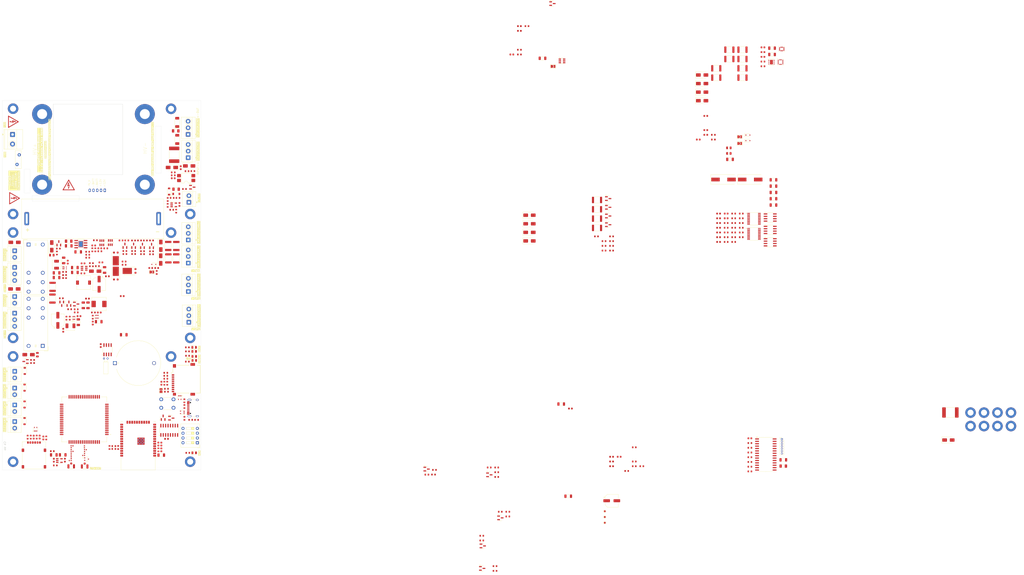
<source format=kicad_pcb>
(kicad_pcb (version 20241229) (generator "pcbnew") (generator_version "9.0")
  (layers (0 "F.Cu" signal) (2 "B.Cu" signal) (13 "F.Paste" user) (15 "B.Paste" user) (5 "F.SilkS" user "F.Silkscreen") (7 "B.SilkS" user "B.Silkscreen") (1 "F.Mask" user) (3 "B.Mask" user) (25 "Edge.Cuts" user))
  (net 0 "")
  (net 1 "GND")
  (net 2 "Net-(BT1-+)")
  (net 3 "+3V3")
  (net 4 "Net-(Q4-D)")
  (net 5 "/ESP_EN")
  (net 6 "+5VD")
  (net 7 "+12V")
  (net 8 "VBUS")
  (net 9 "Net-(U4-SW)")
  (net 10 "Net-(U4-BST)")
  (net 11 "4V2-FROM-12V")
  (net 12 "+BATT")
  (net 13 "4V2-FROM-BAT")
  (net 14 "Net-(C30-Pad1)")
  (net 15 "Net-(D17-A1)")
  (net 16 "GNDA")
  (net 17 "CAN_H_TWAI")
  (net 18 "CAN_L_TWAI")
  (net 19 "CAN_H_SPI_1")
  (net 20 "CAN_L_SPI_1")
  (net 21 "CAN_H_SPI_2")
  (net 22 "CAN_L_SPI_2")
  (net 23 "IGN")
  (net 24 "Net-(U13-OSC1)")
  (net 25 "Net-(U13-OSC2)")
  (net 26 "Net-(U16-CT)")
  (net 27 "SUPERVISOR_RST")
  (net 28 "Net-(Q4-G)")
  (net 29 "Net-(C60-Pad1)")
  (net 30 "Net-(U14-OSC2)")
  (net 31 "Net-(J12--)")
  (net 32 "Net-(U11-VCC)")
  (net 33 "Net-(U5-PROG)")
  (net 34 "Net-(U14-OSC1)")
  (net 35 "Net-(C66-Pad1)")
  (net 36 "/LTE/GPS_VCC")
  (net 37 "Net-(D21-K)")
  (net 38 "/LTE/SIM_CLK")
  (net 39 "/LTE/SIM_RST")
  (net 40 "Net-(D26C-K3)")
  (net 41 "Net-(U23-V_{IN})")
  (net 42 "Net-(J10-In)")
  (net 43 "Net-(J11-In)")
  (net 44 "Net-(C93-Pad2)")
  (net 45 "+1V8")
  (net 46 "Net-(D27B-K2)")
  (net 47 "Net-(CN1-CC1)")
  (net 50 "Net-(CN1-VBUS-PadA4)")
  (net 51 "Net-(D27A-K1)")
  (net 52 "Net-(CN1-CC2)")
  (net 53 "/Battery/CHRG_VCC")
  (net 54 "Net-(D2-K)")
  (net 55 "+12P")
  (net 56 "Net-(D4-K)")
  (net 57 "Net-(D16-K)")
  (net 58 "Net-(D16-A)")
  (net 59 "Net-(D18-A)")
  (net 60 "Net-(D18-K)")
  (net 61 "Net-(D19-A)")
  (net 62 "Net-(D19-K)")
  (net 63 "12V_BATT")
  (net 64 "Net-(D21-A)")
  (net 65 "CP")
  (net 66 "Net-(D23-K)")
  (net 67 "Net-(J9-Pin_1)")
  (net 68 "Net-(D25-A)")
  (net 69 "Net-(D25-K)")
  (net 70 "/LTE/SIM_VDD")
  (net 71 "LTE_USB_VBUS_DET")
  (net 73 "SW1-OUT")
  (net 74 "Net-(D29-A)")
  (net 75 "Net-(D29-K)")
  (net 76 "Net-(D30-K)")
  (net 77 "Net-(D31-K)")
  (net 78 "Net-(D31-A)")
  (net 79 "Net-(D32-K)")
  (net 80 "SW2-OUT")
  (net 81 "SW3-OUT")
  (net 82 "SW4-OUT")
  (net 83 "Net-(J12-+)")
  (net 84 "Net-(J5-Pin_1)")
  (net 85 "Net-(J5-Pin_3)")
  (net 86 "Net-(J6-Pin_1)")
  (net 87 "Net-(J6-Pin_3)")
  (net 88 "Net-(F10-Pad2)")
  (net 89 "Net-(F11-Pad2)")
  (net 90 "Net-(Q19-S)")
  (net 91 "Net-(Q20-S)")
  (net 92 "Net-(Q21-S)")
  (net 93 "Net-(Q22-S)")
  (net 94 "/SD_CLK")
  (net 95 "/SD_CMD")
  (net 96 "/SD_DAT2")
  (net 97 "/SD_DAT1")
  (net 98 "/SD_DAT0")
  (net 99 "/SD_DAT3")
  (net 101 "Net-(J8-VCC)")
  (net 102 "Net-(J8-CLK)")
  (net 103 "Net-(J9-Pin_2)")
  (net 104 "Net-(J21-Pin_1)")
  (net 105 "Net-(J21-Pin_3)")
  (net 106 "Net-(J21-Pin_2)")
  (net 107 "Net-(J21-Pin_4)")
  (net 108 "Net-(J21-Pin_5)")
  (net 109 "Net-(J21-Pin_6)")
  (net 110 "Net-(JP2-B)")
  (net 111 "Net-(JP3-B)")
  (net 112 "Net-(JP4-B)")
  (net 113 "Net-(JP5-B)")
  (net 114 "Net-(JP6-A)")
  (net 117 "Net-(L1-Pad2)")
  (net 118 "Net-(U2-SW)")
  (net 119 "Net-(U3-SW)")
  (net 120 "/LTE/GNSS_ANT")
  (net 121 "Net-(Q1-S)")
  (net 122 "Net-(Q1-G)")
  (net 123 "Net-(Q2-D)")
  (net 124 "Net-(Q3-D)")
  (net 125 "Net-(Q5-D)")
  (net 126 "Net-(Q5-G)")
  (net 127 "Net-(Q7A-G1)")
  (net 128 "Net-(Q7A-D-Pad2)")
  (net 129 "Net-(Q7A-D-Pad5)")
  (net 130 "Net-(Q7B-G2)")
  (net 131 "Net-(Q9-G)")
  (net 132 "Net-(Q9-D)")
  (net 133 "Net-(Q10-D)")
  (net 134 "Net-(Q10-G)")
  (net 135 "Net-(Q11-D)")
  (net 136 "Net-(Q11-G)")
  (net 137 "Net-(Q12-B)")
  (net 138 "/LTE/UART1_TXD")
  (net 139 "LTE_TX")
  (net 140 "/LTE/UART1_RXD")
  (net 141 "Net-(Q13-B)")
  (net 142 "LTE_RX")
  (net 143 "/LTE/UART1_DTR")
  (net 144 "LTE_DTR")
  (net 145 "Net-(Q14-B)")
  (net 146 "Net-(Q15-B)")
  (net 147 "/LTE/POWERKEY")
  (net 148 "Net-(Q16-B)")
  (net 149 "Net-(Q17-B)")
  (net 150 "LTE_GPIO5")
  (net 151 "Net-(Q18-B)")
  (net 152 "Net-(Q19-G)")
  (net 153 "Net-(Q20-G)")
  (net 154 "Net-(Q21-G)")
  (net 155 "Net-(Q22-G)")
  (net 156 "Net-(U20-+)")
  (net 157 "Net-(U20--)")
  (net 158 "Net-(R4-Pad2)")
  (net 159 "Net-(U4-FB)")
  (net 160 "Net-(U10-TXD)")
  (net 161 "Net-(U1-RXD0{slash}IO3)")
  (net 162 "Net-(U2-FB)")
  (net 163 "Net-(U5-~{STDBY})")
  (net 164 "Net-(U5-~{CHRG})")
  (net 165 "Net-(R17-Pad2)")
  (net 166 "/Battery/TEMP")
  (net 167 "Net-(U3-FB)")
  (net 168 "Net-(R26-Pad2)")
  (net 169 "Net-(U16-SENSE)")
  (net 170 "Net-(U10-RXD)")
  (net 171 "Net-(U1-TXD0{slash}IO1)")
  (net 172 "I2C_SDA")
  (net 173 "I2C_SLC")
  (net 174 "Net-(U6-Rs)")
  (net 175 "Net-(U15-Rs)")
  (net 176 "Net-(U13-RXCAN)")
  (net 177 "VSPI_SCK")
  (net 178 "VSPI_MISO")
  (net 179 "VSPI_MOSI")
  (net 180 "VSPI_CAN1_CS")
  (net 181 "VSPI_CAN2_CS")
  (net 182 "Net-(U13-SI)")
  (net 183 "Net-(U13-SO)")
  (net 184 "Net-(U13-~{CS})")
  (net 185 "Net-(U13-SCK)")
  (net 186 "Net-(U14-SI)")
  (net 187 "Net-(U14-SO)")
  (net 188 "Net-(U14-~{CS})")
  (net 189 "Net-(U14-SCK)")
  (net 190 "Net-(U14-RXCAN)")
  (net 191 "Net-(U17-Rs)")
  (net 192 "Net-(U19-OC)")
  (net 193 "Net-(U19-FB)")
  (net 194 "Net-(R73-Pad1)")
  (net 195 "CP_PWM")
  (net 196 "EVSE_MODE_IDLE")
  (net 197 "EVSE_MODE_CHARGE_VENT_NO")
  (net 198 "EVSE_MODE_CHARGE_VENT_YES")
  (net 199 "Net-(U11-VM)")
  (net 200 "EVSE_MODE_FAULT")
  (net 201 "Net-(U22-A1)")
  (net 202 "Net-(U22-~{RESET})")
  (net 203 "Net-(R100-Pad2)")
  (net 204 "Net-(R101-Pad2)")
  (net 205 "/LTE/SIM_DATA")
  (net 206 "Net-(R113-Pad2)")
  (net 207 "Net-(U18-UART1_DTR)")
  (net 208 "Net-(U18-UART1_RXD)")
  (net 209 "Net-(U18-UART1_TXD)")
  (net 210 "GPS_LDO_EN")
  (net 211 "/LTE/LTE_ANT")
  (net 212 "LTE_POWERKEY")
  (net 213 "Net-(U18-PWRKEY)")
  (net 214 "RELAY_1_GPIO")
  (net 215 "RELAY_2_GPIO")
  (net 216 "Net-(R160-Pad1)")
  (net 217 "SW1")
  (net 218 "SW2")
  (net 219 "SW3")
  (net 220 "SW4")
  (net 221 "Net-(U22-GPB5)")
  (net 222 "Net-(U22-GPB6)")
  (net 223 "Net-(U22-GPB7)")
  (net 224 "Net-(U22-GPA6)")
  (net 225 "Net-(U22-GPA7)")
  (net 226 "USB_DN")
  (net 227 "USB_DP")
  (net 228 "USB_LTE_DP")
  (net 229 "USB_LTE_DN")
  (net 230 "Net-(U18-BOOT_CFG)")
  (net 231 "Net-(U18-DEBUG_RXD)")
  (net 232 "Net-(U18-DEBUG_TXD)")
  (net 233 "CAN_TWAI_TX")
  (net 234 "CAN_TWAI_RX")
  (net 238 "ACCEL_INT")
  (net 243 "GPIO_EXP_INT")
  (net 267 "Net-(U13-TXCAN)")
  (net 269 "SPI_CAN1_RST")
  (net 270 "SPI_CAN1_INT")
  (net 282 "Net-(U14-TXCAN)")
  (net 319 "Net-(U21-X1)")
  (net 321 "Net-(U21-X2)")
  (net 326 "Net-(D40-K)")
  (net 327 "Net-(D40-A)")
  (net 328 "Net-(J22-Pin_1)")
  (net 329 "Net-(J22-Pin_3)")
  (net 330 "Net-(J25-Pin_1)")
  (net 331 "Net-(J25-Pin_2)")
  (net 332 "Net-(J25-Pin_3)")
  (net 333 "Net-(J27-Pin_1)")
  (net 334 "Net-(J27-Pin_3)")
  (net 335 "Net-(J27-Pin_2)")
  (net 336 "Net-(D8-A1)")
  (net 337 "12V_HV")
  (net 338 "HV+")
  (net 340 "Net-(MICRO_SD1-VDD)")
  (net 341 "Net-(U7-HV)")
  (net 342 "Net-(J8-RST)")
  (net 343 "Net-(C96-Pad2)")
  (footprint "Resistor_SMD:R_0603_1608Metric" (layer "F.Cu") (at 122.695 138.424 90)
    (property "Reference" "R37" (hide yes))
    (property "Value" "120R 0603")
  )
  (footprint "Fuse:Fuse_2920_7451Metric" (layer "F.Cu") (at 131.9835 75.931998 -90)
    (property "Reference" "F2" (hide yes))
    (property "Value" "Polyfuse 2A")
  )
  (footprint "Resistor_SMD:R_0603_1608Metric" (layer "F.Cu") (at 303.12 247.0225)
    (property "Reference" "R135" (hide yes))
    (property "Value" "4k7 0603")
  )
  (footprint "Fuse:Fuse_0805_2012Metric" (layer "F.Cu") (at 67.051499 129.234 180)
    (property "Reference" "F32" (hide yes))
    (property "Value" "200mA PTC")
  )
  (footprint "Resistor_SMD:R_0603_1608Metric" (layer "F.Cu") (at 364.0525 124.295)
    (property "Reference" "R163" (hide yes))
    (property "Value" "470R 0603")
  )
  (footprint "Diode_SMD:D_SMA" (layer "F.Cu") (at 130.767501 82.658 180)
    (property "Reference" "D3" (hide yes))
    (property "Value" "SMAJ18A")
  )
  (footprint "Package_LGA:LGA-16_3x3mm_P0.5mm_LayoutBorder3x5y" (layer "F.Cu") (at 453.6975 26.7)
    (property "Reference" "U8" (hide yes))
    (property "Value" "LIS3DH")
  )
  (footprint "Diode_SMD:D_SMA" (layer "F.Cu") (at 320.4875 117.125)
    (property "Reference" "D35" (hide yes))
    (property "Value" "1N4001")
  )
  (footprint "Resistor_SMD:R_0603_1608Metric" (layer "F.Cu") (at 110.413001 121.446499)
    (property "Reference" "R83" (hide yes))
    (property "Value" "270R 0603")
  )
  (footprint "Capacitor_SMD:C_0603_1608Metric" (layer "F.Cu") (at 119.559 136.056999 180)
    (property "Reference" "C35" (hide yes))
    (property "Value" "33pF 0603")
  )
  (footprint "Resistor_SMD:R_0603_1608Metric" (layer "F.Cu") (at 315.15 22.67)
    (property "Reference" "R30" (hide yes))
    (property "Value" "42.2k 0603")
  )
  (footprint "Diode_SMD:D_SMA" (layer "F.Cu") (at 124.887 124.2675 -90)
    (property "Reference" "D6" (hide yes))
    (property "Value" "SMAJ15CA")
  )
  (footprint "Resistor_SMD:R_0603_1608Metric" (layer "F.Cu") (at 105.822001 128.638499 180)
    (property "Reference" "R90" (hide yes))
    (property "Value" "150R 0603")
  )
  (footprint "Resistor_SMD:R_0603_1608Metric" (layer "F.Cu") (at 372.08 243.84)
    (property "Reference" "R106" (hide yes))
    (property "Value" "0R 0603")
  )
  (footprint "Fuse:Fuse_1206_3216Metric" (layer "F.Cu") (at 132.7905 63.254998 180)
    (property "Reference" "PF3" (hide yes))
    (property "Value" "250mA")
  )
  (footprint "Capacitor_SMD:C_0603_1608Metric" (layer "F.Cu") (at 92.208001 159.689999)
    (property "Reference" "C23" (hide yes))
    (property "Value" "100nF 50V")
  )
  (footprint "MountingHole:MountingHole_3.2mm_M3_DIN965_Pad_TopBottom" (layer "F.Cu") (at 575.972 212.86)
    (property "Reference" "H11" (hide yes))
    (property "Value" "MountingHole_Pad")
  )
  (footprint "Fuse:Fuse_1812_4532Metric" (layer "F.Cu") (at 419.6025 30.015)
    (property "Reference" "F5" (hide yes))
    (property "Value" "Polyfuse 140mA 60V")
  )
  (footprint "Fuse:Fuse_2920_7451Metric" (layer "F.Cu") (at 543.822 212.79)
    (property "Reference" "F9" (hide yes))
    (property "Value" "Polyfuse 2A")
  )
  (footprint "MountingHole:MountingHole_3.2mm_M3_DIN965_Pad_TopBottom" (layer "F.Cu") (at 130.316 183.051998)
    (property "Reference" "H3" (hide yes))
    (property "Value" "MountingHole_Pad")
  )
  (footprint "Capacitor_SMD:C_0603_1608Metric" (layer "F.Cu") (at 420.8325 109.665)
    (property "Reference" "C54" (hide yes))
    (property "Value" "100nF 50V")
  )
  (footprint "Resistor_SMD:R_0603_1608Metric" (layer "F.Cu") (at 128.531 99.665999 -90)
    (property "Reference" "R1" (hide yes))
    (property "Value" "56k 0603")
  )
  (footprint "Diode_SMD:D_SOD-123" (layer "F.Cu") (at 52.582 217.377999 -90)
    (property "Reference" "D39" (hide yes))
    (property "Value" "TPSMF12A")
  )
  (footprint "MountingHole:MountingHole_3.2mm_M3_DIN965_Pad_TopBottom" (layer "F.Cu") (at 140.474 107.391999)
    (property "Reference" "H4" (hide yes))
    (property "Value" "MountingHole_Pad")
  )
  (footprint "Capacitor_SMD:C_1206_3216Metric" (layer "F.Cu") (at 91.937003 164.563001)
    (property "Reference" "C17" (hide yes))
    (property "Value" "10u 50V")
  )
  (footprint "Package_SO:TSSOP-20_4.4x6.5mm_P0.65mm" (layer "F.Cu") (at 439.6175 117.975)
    (property "Reference" "U14" (hide yes))
    (property "Value" "MCP2515-xST")
  )
  (footprint "Diode_SMD:D_SOD-323" (layer "F.Cu") (at 121.147 134.159999 180)
    (property "Reference" "D7" (hide yes))
    (property "Value" "D_TVS")
  )
  (footprint "TerminalBlock_4Ucon:TerminalBlock_4Ucon_1x03_P3.50mm_Horizontal" (layer "F.Cu") (at 47.334 160.038999 -90)
    (property "Reference" "J27" (hide yes))
    (property "Value" "K2")
  )
  (footprint "Diode_SMD:D_SMA" (layer "F.Cu") (at 412.1075 47.215)
    (property "Reference" "D14" (hide yes))
    (property "Value" "SMAJ6.0CA")
  )
  (footprint "Resistor_SMD:R_0603_1608Metric" (layer "F.Cu") (at 428.8525 122.215)
    (property "Reference" "R60" (hide yes))
    (property "Value" "0R 0603")
  )
  (footprint "Resistor_SMD:R_0603_1608Metric" (layer "F.Cu") (at 102.261 231.391998 -90)
    (property "Reference" "R39" (hide yes))
    (property "Value" "0R 0603")
  )
  (footprint "Capacitor_SMD:C_0603_1608Metric" (layer "F.Cu") (at 410.0425 67.845)
    (property "Reference" "C39" (hide yes))
    (property "Value" "33pF 0603")
  )
  (footprint "Package_TO_SOT_SMD:TO-277B" (layer "F.Cu") (at 101.001 139.003999 180)
    (property "Reference" "D20" (hide yes))
    (property "Value" "Schottky 40V 10A")
  )
  (footprint "TerminalBlock_4Ucon:TerminalBlock_4Ucon_1x03_P3.50mm_Horizontal" (layer "F.Cu") (at 139.455501 121.168 90)
    (property "Reference" "J3" (hide yes))
    (property "Value" "CAN 0")
  )
  (footprint "Capacitor_SMD:C_0603_1608Metric" (layer "F.Cu") (at 83.615001 133.610999)
    (property "Reference" "C84" (hide yes))
    (property "Value" "100nF 50V")
  )
  (footprint "Resistor_SMD:R_0603_1608Metric" (layer "F.Cu") (at 127.525 193.289999)
    (property "Reference" "R49" (hide yes))
    (property "Value" "42.2k 0603")
  )
  (footprint "Capacitor_SMD:C_0603_1608Metric" (layer "F.Cu") (at 73.9845 238.104999 -90)
    (property "Reference" "C88" (hide yes))
    (property "Value" "100nF 50V")
  )
  (footprint "Resistor_SMD:R_0603_1608Metric" (layer "F.Cu") (at 119.959001 127.177999 180)
    (property "Reference" "R78" (hide yes))
    (property "Value" "4k7 0603")
  )
  (footprint "Inductor_SMD:L_0402_1005Metric" (layer "F.Cu") (at 77.346 236.807999 -90)
    (property "Reference" "L1" (hide yes))
    (property "Value" "47nH")
  )
  (footprint "Capacitor_SMD:C_1206_3216Metric" (layer "F.Cu") (at 95.030001 137.118999 90)
    (property "Reference" "C74" (hide yes))
    (property "Value" "10u 50V")
  )
  (footprint "Capacitor_SMD:C_1206_3216Metric" (layer "F.Cu") (at 449.9525 102.625)
    (property "Reference" "C68" (hide yes))
    (property "Value" "10u 50V")
  )
  (footprint "Capacitor_SMD:C_0603_1608Metric" (layer "F.Cu") (at 134.775 102.291999 90)
    (property "Reference" "C76" (hide yes))
    (property "Value" "100nF 50V")
  )
  (footprint "Resistor_SMD:R_0603_1608Metric" (layer "F.Cu") (at 87.242001 134.297999 90)
    (property "Reference" "R69" (hide yes))
    (property "Value" "10k 0603")
  )
  (footprint "Package_TO_SOT_SMD:SOT-23-5" (layer "F.Cu") (at 131.7565 102.535999)
    (property "Reference" "U20" (hide yes))
    (property "Value" "LM321")
  )
  (footprint "Capacitor_SMD:C_0603_1608Metric" (layer "F.Cu") (at 414.0525 55.295)
    (property "Reference" "C40" (hide yes))
    (property "Value" "33pF 0603")
  )
  (footprint "Package_TO_SOT_SMD:SOT-23" (layer "F.Cu") (at 119.978001 124.378999 90)
    (property "Reference" "Q5" (hide yes))
    (property "Value" "BSS138-7-F")
  )
  (footprint "Capacitor_SMD:C_0603_1608Metric" (layer "F.Cu") (at 81.472999 161.635999)
    (property "Reference" "C32" (hide yes))
    (property "Value" "100nF 50V")
  )
  (footprint "Resistor_SMD:R_0603_1608Metric" (layer "F.Cu") (at 140.716 216.677999 180)
    (property "Reference" "R101" (hide yes))
    (property "Value" "R_27R_0603")
  )
  (footprint "TerminalBlock_4Ucon:TerminalBlock_4Ucon_1x03_P3.50mm_Horizontal" (layer "F.Cu") (at 139.459 133.434999 90)
    (property "Reference" "J22" (hide yes))
    (property "Value" "CAN 0")
  )
  (footprint "Capacitor_SMD:C_0603_1608Metric" (layer "F.Cu") (at 420.8325 114.685)
    (property "Reference" "C56" (hide yes))
    (property "Value" "20pF 50V")
  )
  (footprint "Resistor_SMD:R_0603_1608Metric" (layer "F.Cu") (at 130.675 105.137999)
    (property "Reference" "R4" (hide yes))
    (property "Value" "150R 0603")
  )
  (footprint "Resistor_SMD:R_0805_2012Metric" (layer "F.Cu") (at 426.2825 75.215)
    (property "Reference" "R27" (hide yes))
    (property "Value" "1M 0805")
  )
  (footprint "Connector_PinHeader_1.27mm:PinHeader_1x07_P1.27mm_Vertical" (layer "F.Cu") (at 454.43 226.93)
    (property "Reference" "J21" (hide yes))
    (property "Value" "Conn_01x07_Pin")
  )
  (footprint "Capacitor_SMD:C_0603_1608Metric" (layer "F.Cu") (at 414.0525 65.335)
    (property "Reference" "C44" (hide yes))
    (property "Value" "33pF 0603")
  )
  (footprint "Resistor_SMD:R_0603_1608Metric" (layer "F.Cu") (at 74.608001 140.605999 -90)
    (property "Reference" "R10" (hide yes))
    (property "Value" "100k 0603")
  )
  (footprint "Resistor_SMD:R_0603_1608Metric" (layer "F.Cu") (at 72.101 152.143499)
    (property "Reference" "R12" (hide yes))
    (property "Value" "100k 0603")
  )
  (footprint "Resistor_SMD:R_0603_1608Metric" (layer "F.Cu") (at 115.176001 127.129499 180)
    (property "Reference" "R81" (hide yes))
    (property "Value" "4k7 0603")
  )
  (footprint "Fuse:Fuse_1206_3216Metric" (layer "F.Cu") (at 455.16 241.25)
    (property "Reference" "PF2" (hide yes))
    (property "Value" "250mA")
  )
  (footprint "MountingHole:MountingHole_3.2mm_M3_DIN965_Pad_TopBottom" (layer "F.Cu") (at 46.491 182.991998)
    (property "Reference" "H1" (hide yes))
    (property "Value" "MountingHole_Pad")
  )
  (footprint "Resistor_SMD:R_0603_1608Metric" (layer "F.Cu") (at 360.0425 126.805)
    (property "Reference" "R142" (hide yes))
    (property "Value" "10k 0603")
  )
  (footprint "Fuse:Fuse_Bourns_MF-RHT200" (layer "F.Cu") (at 49.784999 75.960999 -90)
    (property "Reference" "F16" (hide yes))
    (property "Value" "Polyfuse 250V 3A")
  )
  (footprint "Battery:BatteryHolder_MYOUNG_BS-07-A1BJ001_CR2032" (layer "F.Cu") (at 100.500546 186.557999)
    (property "Reference" "BT1" (hide yes))
    (property "Value" "Battery_Cell")
  )
  (footprint "Resistor_SMD:R_0603_1608Metric" (layer "F.Cu") (at 90.137 126.403996 90)
    (property "Reference" "R18" (hide yes))
    (property "Value" "1k 0603")
  )
  (footprint "Package_TO_SOT_SMD:SOT-23" (layer "F.Cu") (at 299.1875 245.9)
    (property "Reference" "Q18" (hide yes))
    (property "Value" "MMBT3904")
  )
  (footprint "Capacitor_SMD:C_0603_1608Metric" (layer "F.Cu") (at 364.06 236.31)
    (property "Reference" "C85" (hide yes))
    (property "Value" "100nF 50V")
  )
  (footprint "Diode_SMD:D_SOD-323" (layer "F.Cu") (at 436.3875 68.425)
    (property "Reference" "D15" (hide yes))
    (property "Value" "D_TVS")
  )
  (footprint "Resistor_SMD:R_0603_1608Metric" (layer "F.Cu") (at 119.951001 128.759499 180)
    (property "Reference" "R79" (hide yes))
    (property "Value" "150R 0603")
  )
  (footprint "Capacitor_SMD:C_1206_3216Metric" (layer "F.Cu") (at 69.570001 138.638998 180)
    (property "Reference" "C92" (hide yes))
    (property "Value" "10u 50V")
  )
  (footprint "Fuse:Fuse_1812_4532Metric" (layer "F.Cu") (at 356.3325 99.925)
    (property "Reference" "F12" (hide yes))
    (property "Value" "Polyfuse 1.5A")
  )
  (footprint "Resistor_SMD:R_0603_1608Metric" (layer "F.Cu") (at 76.52 157.955999)
    (property "Reference" "R13" (hide yes))
    (property "Value" "100k 0603")
  )
  (footprint "Resistor_SMD:R_0603_1608Metric" (layer "F.Cu") (at 137.395 209.636999 90)
    (property "Reference" "R112" (hide yes))
    (property "Value" "0R 0603")
  )
  (footprint "Package_TO_SOT_SMD:SOT-353_SC-70-5" (layer "F.Cu") (at 58.433 221.692999 90)
    (property "Reference" "D26" (hide yes))
    (property "Value" "PESD5V0L4UG")
  )
  (footprint "Capacitor_SMD:C_1206_3216Metric" (layer "F.Cu") (at 72.826 235.299999 180)
    (property "Reference" "C71" (hide yes))
    (property "Value" "10u 50V")
  )
  (footprint "Package_TO_SOT_SMD:SOT-23" (layer "F.Cu") (at 53.1165 185.708999 180)
    (property "Reference" "Q17" (hide yes))
    (property "Value" "Q_NPN_BEC")
  )
  (footprint "Resistor_SMD:R_0603_1608Metric" (layer "F.Cu") (at 315.15 20.16)
    (property "Reference" "R29" (hide yes))
    (property "Value" "604k 0603")
  )
  (footprint "Resistor_SMD:R_0603_1608Metric" (layer "F.Cu") (at 133.983 98.826999 180)
    (property "Reference" "R74" (hide yes))
    (property "Value" "100k 0603")
  )
  (footprint "TerminalBlock_4Ucon:TerminalBlock_4Ucon_1x02_P3.50mm_Horizontal" (layer "F.Cu") (at 47.344998 151.231999 -90)
    (property "Reference" "J28" (hide yes))
    (property "Value" "K2")
  )
  (footprint "Capacitor_SMD:C_1206_3216Metric" (layer "F.Cu") (at 79.293001 138.387999 180)
    (property "Reference" "C83" (hide yes))
    (property "Value" "10u 50V")
  )
  (footprint "Resistor_SMD:R_0603_1608Metric" (layer "F.Cu") (at 131.463 85.297999)
    (property "Reference" "R26" (hide yes))
    (property "Value" "10k 0603")
  )
  (footprint "Resistor_SMD:R_0603_1608Metric" (layer "F.Cu") (at 88.762001 162.166 -90)
    (property "Reference" "R6" (hide yes))
    (property "Value" "10k 0603")
  )
  (footprint "Crystal:Crystal_SMD_HC49-SD" (layer "F.Cu") (at 423.4525 89.075)
    (property "Reference" "Y2" (hide yes))
    (property "Value" "8M")
  )
  (footprint "Resistor_SMD:R_0603_1608Metric" (layer "F.Cu") (at 110.452001 127.050499 180)
    (property "Reference" "R84" (hide yes))
    (property "Value" "4k7 0603")
  )
  (footprint "Resistor_SMD:R_0603_1608Metric" (layer "F.Cu") (at 303.12 242.0025)
    (property "Reference" "R133" (hide yes))
    (property "Value" "4k7 0603")
  )
  (footprint "Package_TO_SOT_SMD:SOT-23" (layer "F.Cu") (at 332.67 -4.365)
    (property "Reference" "Q4" (hide yes))
    (property "Value" "Q_PMOS_30V_5.5A_SOT23")
  )
  (footprint "Package_TO_SOT_SMD:SOT-23" (layer "F.Cu") (at 362.2525 113.075)
    (property "Reference" "Q22" (hide yes))
    (property "Value" "PMOS_30V_5.5A")
  )
  (footprint "Resistor_SMD:R_0603_1608Metric" (layer "F.Cu") (at 364.0525 121.785)
    (property "Reference" "R162" (hide yes))
    (property "Value" "470R 0603")
  )
  (footprint "Resistor_SMD:R_0603_1608Metric" (layer "F.Cu") (at 68.907 240.893999 180)
    (property "Reference" "R124" (hide yes))
    (property "Value" "100k 0603")
  )
  (footprint "Capacitor_SMD:C_1206_3216Metric" (layer "F.Cu") (at 341.05 257.25)
    (property "Reference" "C30" (hide yes))
    (property "Value" "10u 50V")
  )
  (footprint "Resistor_SMD:R_0603_1608Metric" (layer "F.Cu") (at 99.961 232.141998)
    (property "Reference" "R33" (hide yes))
    (property "Value" "0R 0603")
  )
  (footprint "Resistor_SMD:R_0603_1608Metric" (layer "F.Cu") (at 437.44 244.08)
    (property "Reference" "R169" (hide yes))
    (property "Value" "470R 0603")
  )
  (footprint "Resistor_SMD:R_0603_1608Metric" (layer "F.Cu") (at 428.8525 109.665)
    (property "Reference" "R55" (hide yes))
    (property "Value" "10k 0603")
  )
  (footprint "Capacitor_SMD:C_0603_1608Metric" (layer "F.Cu") (at 104.398 150.989999)
    (property "Reference" "C28" (hide yes))
    (property "Value" "100nF 50V")
  )
  (footprint "TerminalBlock_4Ucon:TerminalBlock_4Ucon_1x02_P3.50mm_Horizontal" (layer "F.Cu") (at 47.3755 217.619999 -90)
    (property "Reference" "J20" (hide yes))
    (property "Value" "SW4")
  )
  (footprint "Resistor_SMD:R_0603_1608Metric" (layer "F.Cu") (at 432.8625 119.705)
    (property "Reference" "R66" (hide yes))
    (property "Value" "10k 0603")
  )
  (footprint "Resistor_SMD:R_0603_1608Metric" (layer "F.Cu") (at 424.8425 122.215)
    (property "Reference" "R53" (hide yes))
    (property "Value" "10k 0603")
  )
  (footprint "Capacitor_SMD:C_0603_1608Metric" (layer "F.Cu") (at 125.161 229.566998 90)
    (property "Reference" "C12" (hide yes))
    (property "Value" "100nF 50V")
  )
  (footprint "Resistor_SMD:R_0603_1608Metric" (layer "F.Cu") (at 70.518 125.743999)
    (property "Reference" "R137" (hide yes))
    (property "Value" "1.2k 0603")
  )
  (footprint "Capacitor_SMD:C_0603_1608Metric" (layer "F.Cu") (at 424.8425 109.665)
    (property "Reference" "C69" (hide yes))
    (property "Value" "100nF 50V")
  )
  (footprint "Capacitor_SMD:CP_Elec_6.3x7.7" (layer "F.Cu") (at 92.143001 144.654999 -90)
    (property "Reference" "C75" (hide yes))
    (property "Value" "100uF 25V")
  )
  (footprint "Capacitor_SMD:C_0603_1608Metric" (layer "F.Cu") (at 437.44 226.51)
    (property "Reference" "C77" (hide yes))
    (property "Value" "100nF 50V")
  )
  (footprint "Inductor_SMD:L_7.3x7.3_H4.5" (layer "F.Cu") (at 83.885001 143.810999)
    (property "Reference" "L2" (hide yes))
    (property "Value" "Inductor_3.3uH_4.7A_shielded")
  )
  (footprint "TerminalBlock_Phoenix:TerminalBlock_Phoenix_MKDS-1,5-2-5.08_1x02_P5.08mm_Horizontal" (layer "F.Cu") (at 46.219998 65.163996 -90)
    (property "Reference" "J1" (hide yes))
    (property "Value" "Screw_Terminal_01x02")
  )
  (footprint "Capacitor_SMD:C_0603_1608Metric" (layer "F.Cu") (at 444.3725 23.915)
    (property "Reference" "C50" (hide yes))
    (property "Value" "100nF 50V")
  )
  (footprint "Resistor_SMD:R_0603_1608Metric" (layer "F.Cu") (at 105.384 132.631999 180)
    (property "Reference" "R111" (hide yes))
    (property "Value" "0R 0603")
  )
  (footprint "Package_TO_SOT_SMD:SOT-23" (layer "F.Cu") (at 72.3095 155.040499 -90)
    (property "Reference" "Q3" (hide yes))
    (property "Value" "AO3400A")
  )
  (footprint "Resistor_SMD:R_0603_1608Metric" (layer "F.Cu") (at 428.8525 107.155)
    (property "Reference" "R54" (hide yes))
    (property "Value" "10k 0603")
  )
  (footprint "Diode_SMD:D_SMA" (layer "F.Cu") (at 412.1075 33.565)
    (property "Reference" "D10" (hide yes))
    (property "Value" "SMAJ15CA")
  )
  (footprint "Resistor_SMD:R_0603_1608Metric" (layer "F.Cu") (at 269.575 245.75)
    (property "Reference" "R116" (hide yes))
    (property "Value" "4k7 0603")
  )
  (footprint "Capacitor_SMD:C_0603_1608Metric" (layer "F.Cu") (at 92.528998 125.608998 180)
    (property "Reference" "C63" (hide yes))
    (property "Value" "100n 50V X7R 0603")
  )
  (footprint "Package_SON:Texas_PWSON-N6" (layer "F.Cu") (at 448.8825 26.725)
    (property "Reference" "U12" (hide yes))
    (property "Value" "HDC1080")
  )
  (footprint "Resistor_SMD:R_0603_1608Metric" (layer "F.Cu") (at 116.701002 121.440499)
    (property "Reference" "R91" (hide yes))
    (property "Value" "2k7 0603")
  )
  (footprint "Resistor_SMD:R_0603_1608Metric" (layer "F.Cu") (at 56.009 185.705999 90)
    (property "Reference" "R139" (hide yes))
    (property "Value" "1.2k 0603")
  )
  (footprint "Resistor_SMD:R_0603_1608Metric" (layer "F.Cu") (at 428.8525 114.685)
    (property "Reference" "R57" (hide yes))
    (property "Value" "0R 0603")
  )
  (footprint "Resistor_SMD:R_0603_1608Metric" (layer "F.Cu") (at 356.0325 119.275)
    (property "Reference" "R105" (hide yes))
    (property "Value" "10k 0603")
  )
  (footprint "Capacitor_SMD:C_0402_1005Metric" (layer "F.Cu") (at 84.867 232.544999 180)
    (property "Reference" "C93" (hide yes))
    (property "Value" "33pF 0402")
  )
  (footprint "RF_Module:ESP32-WROOM-32D" (layer "F.Cu") (at 112.872 227.487 180)
    (property "Reference" "U1" (hide yes))
    (property "Value" "ESP32-WROOM-32E-R2")
  )
  (footprint "Resistor_SMD:R_0603_1608Metric" (layer "F.Cu") (at 424.8425 119.705)
    (property "Reference" "R52" (hide yes))
    (property "Value" "10k 0603")
  )
  (footprint "Package_TO_SOT_SMD:TO-277B" (layer "F.Cu") (at 101.001 131.005999)
    (property "Reference" "D41" (hide yes))
    (property "Value" "Schottky 40V 10A")
  )
  (footprint "Package_TO_SOT_SMD:SOT-23" (layer "F.Cu") (at 130.419 215.788499)
    (property "Reference" "Q2" (hide yes))
    (property "Value" "BSS138")
  )
  (footprint "Resistor_SMD:R_0603_1608Metric" (layer "F.Cu") (at 295.1875 280.76)
    (property "Reference" "R131" (hide yes))
    (property "Value" "4k7 0603")
  )
  (footprint "Package_SO:SOIC-8_3.9x4.9mm_P1.27mm" (layer "F.Cu") (at 448.2125 109.255)
    (property "Reference" "U6" (hide yes))
    (property "Value" "SN65HVD231")
  )
  (footprint "Capacitor_SMD:C_1206_3216Metric" (layer "F.Cu") (at 449.2025 19.315)
    (property "Reference" "C20" (hide yes))
    (property "Value" "10u 50V")
  )
  (footprint "Capacitor_SMD:C_0603_1608Metric" (layer "F.Cu") (at 125.204 197.246999 -90)
    (property "Reference" "C13" (hide yes))
    (property "Value" "100nF 50V")
  )
  (footprint "Capacitor_SMD:C_0603_1608Metric" (layer "F.Cu") (at 420.8325 119.705)
    (property "Reference" "C62" (hide yes))
    (property "Value" "20pF 50V")
  )
  (footprint "Relay_THT:Relay_DPDT_Omron_G2RL-2" (layer "F.Cu") (at 62.233 177.432998 180)
    (property "Reference" "K2" (hide yes))
    (property "Value" "G2RL-24 DC5")
  )
  (footprint "Capacitor_SMD:C_1206_3216Metric" (layer "F.Cu") (at 327.4 24.7)
    (property "Reference" "C9" (hide yes))
    (property "Value" "10u 50V")
  )
  (footprint "MountingHole:MountingHole_3.2mm_M3_DIN965_Pad_TopBottom" (layer "F.Cu") (at 46.49 117.222999)
    (property "Reference" "H1" (hide yes))
    (property "Value" "MountingHole_Pad")
  )
  (footprint "Diode_SMD:D_SOD-128" (layer "F.Cu") (at 133.5985 67.773499 90)
    (property "Reference" "D40" (hide yes))
    (property "Value" "D_Schottky_5A_360mV@5A")
  )
  (footprint "Jumper:SolderJumper-2_P1.3mm_Open_TrianglePad1.0x1.5mm" (layer "F.Cu") (at 124.995 201.149999 90)
    (property "Reference" "JP2" (hide yes))
    (property "Value" "NO")
  )
  (footprint "Resistor_SMD:R_0603_1608Metric" (layer "F.Cu") (at 113.587002 121.434499 180)
    (property "Reference" "R80" (hide yes))
    (property "Value" "2k7 0603")
  )
  (footprint "Resistor_SMD:R_0603_1608Metric" (layer "F.Cu") (at 424.8425 112.175)
    (property "Reference" "R42" (hide yes))
    (property "Value" "10k 0603")
  )
  (footprint "TestPoint:TestPoint_Pad_D1.0mm" (layer "F.Cu") (at 360.45 271.35)
    (property "Reference" "TP3" (hide yes))
    (property "Value" "TestPoint")
  )
  (footprint "Resistor_SMD:R_0603_1608Metric" (layer "F.Cu") (at 428.8525 112.175)
    (property "Reference" "R56" (hide yes))
    (property "Value" "10k 0603")
  )
  (footprint "Diode_SMD:D_SMA" (layer "F.Cu") (at 320.4875 112.575)
    (property "Reference" "D34" (hide yes))
    (property "Value" "1N4001")
  )
  (footprint "Capacitor_SMD:C_0603_1608Metric" (layer "F.Cu") (at 444.3725 18.895)
    (property "Reference" "C48" (hide yes))
    (property "Value" "100nF 50V")
  )
  (footprint "Package_TO_SOT_SMD:SOT-23" (layer "F.Cu") (at 362.2525 108.45)
    (property "Reference" "Q21" (hide yes))
    (property "Value" "PMOS_30V_5.5A")
  )
  (footprint "Resistor_SMD:R_0603_1608Metric" (layer "F.Cu") (at 444.3725 28.935)
    (property "Reference" "R41" (hide yes))
    (property "Value" "4k7 0603")
  )
  (footprint "Fuse:Fuse_1812_4532Metric" (layer "F.Cu") (at 356.3325 104.875)
    (property "Reference" "F13" (hide yes))
    (property "Value" "Polyfuse 1.5A")
  )
  (footprint "Resistor_SMD:R_0603_1608Metric" (layer "F.Cu") (at 360.0425 124.295)
    (property "Reference" "R141" (hide yes))
    (property "Value" "10k 0603")
  )
  (footprint "Inductor_SMD:L_0402_1005Metric" (layer "F.Cu") (at 77.782 230.509)
    (property "Reference" "L6" (hide yes))
    (property "Value" "27nH")
  )
  (footprint "Resistor_SMD:R_0603_1608Metric" (layer "F.Cu") (at 86.117999 130.570998)
    (property "Reference" "R22" (hide yes))
    (property "Value" "10K NTC B=3950K")
  )
  (footprint "Resistor_SMD:R_0603_1608Metric" (layer "F.Cu") (at 69.734 128.092999 90)
    (property "Reference" "R136" (hide yes))
    (property "Value" "4k7 0603")
  )
  (footprint "MountingHole:MountingHole_3.2mm_M3_DIN965_Pad_TopBottom" (layer "F.Cu") (at 554.522 220.01)
    (property "Reference" "H6" (hide yes))
    (property "Value" "MountingHole_Pad")
  )
  (footprint "Capacitor_SMD:C_0402_1005Metric" (layer "F.Cu") (at 83.941 235.602999)
    (property "Reference" "C95" (hide yes))
    (property "Value" "33pF 0402")
  )
  (footprint "Package_TO_SOT_SMD:SOT-23" (layer "F.Cu") (at 115.141002 124.331999 90)
    (property "Reference" "Q9" (hide yes))
    (property "Value" "BSS138-7-F")
  )
  (footprint "Package_TO_SOT_SMD:SOT-23" (layer "F.Cu") (at 362.2525 103.825)
    (property "Reference" "Q20" (hide yes))
    (property "Value" "PMOS_30V_5.5A")
  )
  (footprint "Package_TO_SOT_SMD:SOT-23" (layer "F.Cu") (at 362.2525 99.2)
    (property "Reference" "Q19" (hide yes))
    (property "Value" "PMOS_30V_5.5A")
  )
  (footprint "Package_TO_SOT_SMD:SOT-23-6" (layer "F.Cu") (at 337.75 26.075)
    (property "Reference" "U16" (hide yes))
    (property "Value" "TPS3808DBV")
  )
  (footprint "Fuse:Fuse_1812_4532Metric" (layer "F.Cu") (at 128.811 124.346999 -90)
    (property "Reference" "F4" (hide yes))
    (property "Value" "Polyfuse 140mA 60V")
  )
  (footprint "Diode_SMD:D_SMA" (layer "F.Cu") (at 90.058002 137.746998 180)
    (property "Reference" "D21" (hide yes))
    (property "Value" "D_Schottky_3A_40V")
  )
  (footprint "Resistor_SMD:R_0603_1608Metric" (layer "F.Cu") (at 103.769001 121.422499 180)
    (property "Reference" "R93" (hide yes))
    (property "Value" "150R 0603")
  )
  (footprint "Diode_SMD:D_SMA" (layer "F.Cu") (at 412.1075 42.665)
    (property "Reference" "D13" (hide yes))
    (property "Value" "SMAJ15CA")
  )
  (footprint "Resistor_SMD:R_0603_1608Metric" (layer "F.Cu") (at 59.005 225.849999 90)
    (property "Reference" "R97" (hide yes))
    (property "Value" "R_27R_0603")
  )
  (footprint "vehicle-manager:C5290175-18650-holder" (layer "F.Cu") (at 88.742 109.854999)
    (property "Reference" "J12" (hide yes))
    (property "Value" "18650-holder")
  )
  (footprint "Resistor_SMD:R_0603_1608Metric" (layer "F.Cu") (at 131.466 86.846999 180)
    (property "Reference" "R38" (hide yes))
    (property "Value" "120R 0603")
  )
  (footprint "TerminalBlock_4Ucon:TerminalBlock_4Ucon_1x02_P3.50mm_Horizontal" (layer "F.Cu") (at 47.3785 208.790999 -90)
    (property "Reference" "J19" (hide yes))
    (property "Value" "SW3")
  )
  (footprint "Package_SO:SOIC-8-1EP_3.9x4.9mm_P1.27mm_EP2.41x3.3mm_ThermalVias" (layer "F.Cu") (at 82.465999 123.397998 180)
    (property "Reference" "U5" (hide yes))
    (property "Value" "TP4056-42-ESOP8")
  )
  (footprint "Capacitor_SMD:C_0603_1608Metric" (layer "F.Cu") (at 123.59 229.559999 90)
    (property "Reference" "C19" (hide yes))
    (property "Value" "1uF 50V")
  )
  (footprint "Fuse:Fuse_0805_2012Metric" (layer "F.Cu") (at 426.2825 72.265)
    (property "Reference" "F42" (hide yes))
    (property "Value" "200mA PTC")
  )
  (footprint "Package_TO_SOT_SMD:SOT-23" (layer "F.Cu") (at 295.7 283.65)
    (property "Reference" "Q15" (hide yes))
    (property "Value" "MMBT3904")
  )
  (footprint "vehicle-manager:SIM7070G" (layer "F.Cu") (at 84.255997 216.465 180)
    (property "Reference" "U18" (hide yes))
    (property "Value" "SIM7070G")
  )
  (footprint "MountingHole:MountingHole_3.2mm_M3_DIN965_Pad_TopBottom" (layer "F.Cu") (at 46.489 51.451999)
    (property "Reference" "H1" (hide yes))
    (property "Value" "MountingHole_Pad")
  )
  (footprint "Resistor_SMD:R_0603_1608Metric" (layer "F.Cu") (at 432.8625 109.665)
    (property "Reference" "R62" (hide yes))
    (property "Value" "0R 0603")
  )
  (footprint "MountingHole:MountingHole_3.2mm_M3_DIN965_Pad_TopBottom" (layer "F.Cu") (at 554.522 212.86)
    (property "Reference" "H5" (hide yes))
    (property "Value" "MountingHole_Pad")
  )
  (footprint "Resistor_SMD:R_0603_1608Metric" (layer "F.Cu") (at 119.961001 121.428999 180)
    (property "Reference" "R77" (hide yes))
    (property "Value" "2k7 0603")
  )
  (footprint "Resistor_SMD:R_0402_1005Metric" (layer "F.Cu") (at 84.414 234.070999 90)
    (property "Reference" "R128" (hide yes))
    (property "Value" "0R 0402")
  )
  (footprint "Diode_SMD:D_SOD-128" (layer "F.Cu") (at 133.578501 58.711499 90)
    (property "Reference" "D16" (hide yes))
    (property "Value" "D_Schottky_5A_360mV@5A")
  )
  (footprint "Capacitor_SMD:C_1206_3216Metric" (layer "F.Cu") (at 79.266001 135.852999 180)
    (property "Reference" "C82" (hide yes))
    (property "Value" "10u 50V")
  )
  (footprint "Crystal:Crystal_DS26_D2.0mm_L6.0mm_Horizontal" (layer "F.Cu") (at 94.737999 184.108)
    (property "Reference" "Y4" (hide yes))
    (property "Value" "Crystal")
  )
  (footprint "Resistor_SMD:R_0603_1608Metric" (layer "F.Cu") (at 437.44 241.57)
    (property "Reference" "R168" (hide yes))
    (property "Value" "470R 0603")
  )
  (footprint "Inductor_SMD:L_0402_1005Metric" (layer "F.Cu") (at 77.805 233.436999)
    (property "Reference" "L7" (hide yes))
    (property "Value" "27nH")
  )
  (footprint "Capacitor_SMD:C_1206_3216Metric" (layer "F.Cu") (at 86.235 155.874001 -90)
    (property "Reference" "C97" (hide yes))
    (property "Value" "10u 50V")
  )
  (footprint "Resistor_SMD:R_0603_1608Metric" (layer "F.Cu") (at 143.864 216.705999)
    (property "Reference" "R100" (hide yes))
    (property "Value" "R_27R_0603")
  )
  (footprint "Resistor_SMD:R_0603_1608Metric" (layer "F.Cu") (at 432.8625 117.195)
    (property "Reference" "R65" (hide yes))
    (property "Value" "4k7 0603")
  )
  (footprint "Resistor_SMD:R_0603_1608Metric" (layer "F.Cu") (at 376.09 238.82)
    (property "Reference" "R121" (hide yes))
    (property "Value" "0R 0603")
  )
  (footprint "Resistor_SMD:R_0603_1608Metric" (layer "F.Cu") (at 64.105 226.315998 90)
    (property "Reference" "R104" (hide yes))
    (property "Value" "R_27R_0603")
  )
  (footprint "Crystal:Crystal_SMD_HC49-SD" (layer "F.Cu") (at 437.6025 89.075)
    (property "Reference" "Y3" (hide yes))
    (property "Value" "8M")
  )
  (footprint "Capacitor_SMD:C_1206_3216Metric" (layer "F.Cu") (at 76.023 124.287999 180)
    (property "Reference" "C31" (hide yes))
    (property "Value" "10u 50V")
  )
  (footprint "Package_DFN_QFN:Texas_RWU0007A_VQFN-7_2x2mm_P0.5mm" (layer "F.Cu") (at 73.804999 135.973997)
    (property "Reference" "U2" (hide yes))
    (property "Value" "TPS61022")
  )
  (footprint "Resistor_SMD:R_0603_1608Metric" (layer "F.Cu") (at 376.09 241.33)
    (property "Reference" "R122" (hide yes))
    (property "Value" "0R 0603")
  )
  (footprint "Resistor_SMD:R_0603_1608Metric" (layer "F.Cu") (at 79.986 159.632999)
    (property "Reference" "R108" (hide yes))
    (property "Value" "0R 0603")
  )
  (footprint "MountingHole:MountingHole_3.2mm_M3_DIN965_Pad_TopBottom" (layer "F.Cu") (at 575.972 220.01)
    (property "Reference" "H12" (hide yes))
    (property "Value" "MountingHole_Pad")
  )
  (footprint "Capacitor_SMD:C_1206_3216Metric" (layer "F.Cu") (at 69.557 141.124999 180)
    (property "Reference" "C91" (hide yes))
    (property "Value" "10u 50V")
  )
  (footprint "MountingHole:MountingHole_3.2mm_M3_DIN965_Pad_TopBottom" (layer "F.Cu") (at 46.494 107.391999)
    (property "Reference" "H2" (hide yes))
    (property "Value" "MountingHole_Pad")
  )
  (footprint "Diode_SMD:D_SMA" (layer "F.Cu") (at 139.931 81.853998)
    (property "Reference" "D17" (hide yes))
    (property "Value" "SMAJ18A")
  )
  (footprint "Diode_SMD:D_SMA" (layer "F.Cu") (at 54.715 182.072999 180)
    (property "Reference" "D31" (hide yes))
    (property "Value" "1N4001")
  )
  (footprint "Capacitor_SMD:C_0603_1608Metric" (layer "F.Cu") (at 88.764001 165.299999 90)
    (property "Reference" "C22" (hide yes))
    (property "Value" "100nF 50V")
  )
  (footprint "Resistor_SMD:R_0603_1608Metric" (layer "F.Cu") (at 137.436 94.097999)
    (property "Reference" "R72" (hide yes))
    (property "Value" "0R 0603")
  )
  (footprint "TerminalBlock_4Ucon:TerminalBlock_4Ucon_1x03_P3.50mm_Horizontal" (layer "F.Cu") (at 139.75 164.868999 90)
    (property "Reference" "J6" (hide yes))
    (property "Value" "CAN SPI2")
  )
  (footprint "Resistor_SMD:R_0603_1608Metric" (layer "F.Cu") (at 130.882 98.824999 180)
    (property "Reference" "R73" (hide yes))
    (property "Value" "100k 0603")
  )
  (footprint "Resistor_SMD:R_0603_1608Metric" (layer "F.Cu") (at 97.661 231.391998 -90)
    (property "Reference" "R34" (hide yes))
    (property "Value" "0R 0603")
  )
  (footprint "Symbol:Symbol_HighVoltage_Triangle_6x6mm_Copper" (layer "F.Cu") (at 47.275501 99.015999 -90)
    (property "Reference" "REF**" (hide yes))
    (property "Value" "Symbol_HighVoltage_Triangle_6x6mm_Copper" (hide yes))
  )
  (footprint "Resistor_SMD:R_0603_1608Metric" (layer "F.Cu") (at 74.805 162.711999 90)
    (property "Reference" "R24" (hide yes))
    (property "Value" "453k 0603")
  )
  (footprint "Resistor_SMD:R_0603_1608Metric" (layer "F.Cu") (at 432.8625 107.155)
    (property "Reference" "R61" (hide yes))
    (property "Value" "0R 0603")
  )
  (footprint "Fuse:Fuse_1812_4532Metric" (layer "F.Cu") (at 133.06 130.949999 -90)
    (property "Reference" "GD7" (hide yes))
    (property "Value" "GDT_2Pin")
  )
  (footprint "Resistor_SMD:R_0603_1608Metric" (layer "F.Cu") (at 137.41 215.894999 -90)
    (property "Reference" "R102" (hide yes))
    (property "Value" "R_5k1_0603")
  )
  (footprint "Symbol:Symbol_HighVoltage_Triangle_6x6mm_Copper" (layer "F.Cu") (at 76.008 91.946999)
    (property "Reference" "REF**" (hide yes))
    (property "Value" "Symbol_HighVoltage_Triangle_6x6mm_Copper" (hide yes))
  )
  (footprint "Capacitor_SMD:C_0402_1005Metric" (layer "F.Cu") (at 77.337 234.893999 90)
    (property "Reference" "C96" (hide yes))
    (property "Value" "33pF 0402")
  )
  (footprint "MountingHole:MountingHole_3.2mm_M3_DIN965_Pad_TopBottom" (layer "F.Cu") (at 140.475 173.162999)
    (property "Reference" "H4" (hide yes))
    (property "Value" "MountingHole_Pad")
  )
  (footprint "Resistor_SMD:R_0603_1608Metric" (layer "F.Cu") (at 127.525 191.713999)
    (property "Reference" "R32" (hide yes))
    (property "Value" "10k 0603")
  )
  (footprint "Capacitor_SMD:C_1206_3216Metric" (layer "F.Cu") (at 455.18 237.93)
    (property "Reference" "C78" (hide yes))
    (property "Value" "10u 50V")
  )
  (footprint "TerminalBlock_4Ucon:TerminalBlock_4Ucon_1x02_P3.50mm_Horizontal" (layer "F.Cu") (at 139.7925 101.165 90)
    (property "Reference" "J9" (hide yes))
    (property "Value" "CP PP")
  )
  (footprint "Resistor_SMD:R_0603_1608Metric" (layer "F.Cu") (at 138.7805 84.625998)
    (property "Reference" "R160" (hide yes))
    (property "Value" "470R 0603")
  )
  (footprint "Diode_SMD:D_SMA" (layer "F.Cu") (at 47.285502 122.424995)
    (property "Reference" "D30" (hide yes))
    (property "Value" "1N4001")
  )
  (footprint "Resistor_SMD:R_0603_1608Metric" (layer "F.Cu") (at 139.021 180.342999 180)
    (property "Reference" "R14" (hide yes))
    (property "Value" "1k 0603")
  )
  (footprint "Resistor_SMD:R_0603_1608Metric" (layer "F.Cu") (at 364.0525 119.275)
    (property "Reference" "R161" (hide yes))
    (property "Value" "470R 0603")
  )
  (footprint "Resistor_SMD:R_0603_1608Metric" (layer "F.Cu") (at 105.400002 134.336999 180)
    (property "Reference" "R110" (hide yes))
    (property "Value" "0R 0603")
  )
  (footprint "Capacitor_SMD:C_0603_1608Metric" (layer "F.Cu") (at 73.023 140.614999 -90)
    (property "Reference" "C72" (hide yes))
    (property "Value" "100nF 50V")
  )
  (footprint "Package_SO:SOIC-8_3.9x4.9mm_P1.27mm" (layer "F.Cu") (at 96.624 179.471999 90)
    (property "Reference" "U21" (hide yes))
    (property "Value" "DS1307Z+")
  )
  (footprint "Resistor_SMD:R_0603_1608Metric" (layer "F.Cu") (at 319.16 7.61)
    (property "Reference" "R31" (hide yes))
    (property "Value" "10k 0603")
  )
  (footprint "Package_TO_SOT_SMD:SOT-23" (layer "F.Cu") (at 295.4 295.6)
    (property "Reference" "Q12" (hide yes))
    (property "Value" "MMBT3904")
  )
  (footprint "Capacitor_SMD:C_0603_1608Metric" (layer "F.Cu") (at 135.4445 82.802998 90)
    (property "Reference" "C33" (hide yes))
    (property "Value" "100nF 50V")
  )
  (footprint "Capacitor_SMD:C_0603_1608Metric" (layer "F.Cu") (at 92.998 177.269999 90)
    (property "Reference" "C14" (hide yes))
    (property "Value" "100nF 50V")
  )
  (footprint "Package_TO_SOT_SMD:SOT-23" (layer "F.Cu") (at 141.5905 93.138999)
    (property "Reference" "D24" (hide yes))
    (property "Value" "PSM712-ES")
  )
  (footprint "Resistor_SMD:R_0402_1005Metric" (layer "F.Cu") (at 76.832 238.316999 180)
    (property "Reference" "R144" (hide yes))
    (property "Value" "10R 0402")
  )
  (footprint "Package_SO:SOIC-16_3.9x9.9mm_P1.27mm" (layer "F.Cu") (at 129.352999 222.238998 90)
    (property "Reference" "U10" (hide yes))
    (property "Value" "CH340C")
  )
  (footprint "Resistor_SMD:R_0603_1608Metric" (layer "F.Cu") (at 304.99 265.5)
    (property "Reference" "R71" (hide yes))
    (property "Value" "100k 0603")
  )
  (footprint "Capacitor_SMD:C_1206_3216Metric" (layer "F.Cu") (at 337.325 208.3)
    (property "Reference" "C94" (hide yes))
    (property "Value" "10u 50V")
  )
  (footprint "TestPoint:TestPoint_Pad_D1.0mm" (layer "F.Cu") (at 360.45 268.3)
    (property "Reference" "TP2" (hide yes))
    (property "Value" "TestPoint")
  )
  (footprint "Fuse:Fuse_1812_4532Metric" (layer "F.Cu") (at 419.6025 34.965)
    (property "Reference" "F6" (hide yes))
    (property "Value" "Polyfuse 140mA 60V")
  )
  (footprint "Fuse:Fuse_1812_4532Metric" (layer "F.Cu") (at 433.5025 20.115)
    (property "Reference" "GD3" (hide yes))
    (property "Value" "GDT_2Pin")
  )
  (footprint "Capacitor_SMD:C_0603_1608Metric" (layer "F.Cu") (at 364.06 241.33)
    (property "Reference" "C87" (hide yes))
    (property "Value" "100nF 50V")
  )
  (footprint "Package_TO_SOT_SMD:SOT-323_SC-70" (layer "F.Cu") (at 85.483106 237.535999)
    (property "Reference" "D1" (hide yes))
    (property "Value" "TPESD1P0RFW")
  )
  (footprint "Resistor_SMD:R_0603_1608Metric" (layer "F.Cu") (at 437.44 236.55)
    (property "Reference" "R166" (hide yes))
    (property "Value" "470R 0603")
  )
  (footprint "Package_TO_SOT_SMD:SOT-23-6" (layer "F.Cu") (at 84.204001 136.203499 180)
    (property "Reference" "U19" (hide yes))
    (property "Value" "BOOSTER_2A_12V_MAX_FP6291LR-G1")
  )
  (footprint "Resistor_SMD:R_0603_1608Metric" (layer "F.Cu") (at 127.885 201.752999)
    (property "Reference" "R46" (hide yes))
    (property "Value" "42.2k 0603")
  )
  (footprint "Capacitor_SMD:C_0603_1608Metric" (layer "F.Cu") (at 73.112 169.110999 -90)
    (property "Reference" "C38" (hide yes))
    (property "Value" "100nF 50V")
  )
  (footprint "MountingHole:MountingHole_3.2mm_M3_DIN965_Pad_TopBottom" (layer "F.Cu") (at 140.476 238.931998)
    (property "Reference" "H4" (hide yes))
    (property "Value" "MountingHole_Pad")
  )
  (footprint "Capacitor_SMD:C_0603_1608Metric" (layer "F.Cu") (at 85.973001 152.312999 180)
    (property "Reference" "C25" (hide yes))
    (property "Value" "100nF 50V")
  )
  (footprint "Fuse:Fuse_1812_4532Metric" (layer "F.Cu") (at 426.5525 20.115)
    (property "Reference" "F7" (hide yes))
    (property "Value" "Polyfuse 140mA 60V")
  )
  (footprint "Resistor_SMD:R_0603_1608Metric" (layer "F.Cu") (at 437.44 229.02)
    (property "Reference" "R98" (hide yes))
    (property "Value" "4k7 0603")
  )
  (footprint "Inductor_SMD:L_0603_1608Metric" (layer "F.Cu") (at 67.308 233.327999 180)
    (property "Reference" "FB5" (hide yes))
    (property "Value" "FB_100R_2.5A")
  )
  (footprint "Connector_Card:nanoSIM_Hinged_CUI_NSIM-2-C" (layer "F.Cu") (at 57.576 235.539999)
    (property "Reference" "J8" (hide yes))
    (property "Value" "SIM_Card_Shielded")
  )
  (footprint "Diode_SMD:D_SMA" (layer "F.Cu") (at 320.4875 108.025)
    (property "Reference" "D33" (hide yes))
    (property "Value" "1N4001")
  )
  (footprint "Inductor_SMD:L_0603_1608Metric" (layer "F.Cu") (at 368.07 236.31)
    (property "Reference" "FB4" (hide yes))
    (property "Value" "FB_100R_2.5A")
  )
  (footprint "Capacitor_SMD:C_0603_1608Metric" (layer "F.Cu") (at 420.8325 112.175)
    (property "Reference" "C55" (hide yes))
    (property "Value" "20pF 50V")
  )
  (footprint "Resistor_SMD:R_0603_1608Metric" (layer "F.Cu") (at 432.8625 114.685)
    (property "Reference" "R64" (hide yes))
    (property "Value" "0R 0603")
  )
  (footprint "Resistor_SMD:R_0603_1608Metric" (layer "F.Cu") (at 57.654 185.705999 -90)
    (property "Reference" "R138" (hide yes))
    (property "Value" "4k7 0603")
  )
  (footprint "Resistor_SMD:R_0603_1608Metric" (layer "F.Cu") (at 432.8625 112.175)
    (property "Reference" "R63" (hide yes))
    (property "Value" "0R 0603")
  )
  (footprint "Resistor_SMD:R_0603_1608Metric" (layer "F.Cu") (at 376.09 231.29)
    (property "Reference" "R118" (hide yes))
    (property "Value" "0R 0603")
  )
  (footprint "Package_TO_SOT_SMD:SOT-23" (layer "F.Cu") (at 110.448001 124.275499 90)
    (property "Reference" "Q10" (hide yes))
    (property "Value" "BSS138-7-F")
  )
  (footprint "Diode_SMD:D_SOD-123" (layer "F.Cu") (at 52.586001 208.546498 -90)
    (property "Reference" "D38" (hide yes))
    (property "Value" "TPSMF12A")
  )
  (footprint "Resistor_SMD:R_0603_1608Metric" (layer "F.Cu") (at 138.964 178.207999 180)
    (property "Reference" "R15" (hide yes))
    (property "Value" "1k 0603")
  )
  (footprint "Package_TO_SOT_SMD:SOT-23" (layer "F.Cu") (at 265.9 242.85)
    (property "Reference" "Q13" (hide yes))
    (property "Value" "MMBT3904")
  )
  (footprint "Diode_SMD:D_SMA" (layer "F.Cu") (at 542.767 227.42)
    (property "Reference" "D8" (hide yes))
    (property "Value" "SMAJ18A")
  )
  (footprint "Fuse:Fuse_1206_3216Metric" (layer "F.Cu") (at 132.991 94.214999 180)
    (property "Reference" "PF1" (hide yes))
    (property "Value" "250mA")
  )
  (footprint "Resistor_SMD:R_0603_1608Metric" (layer "F.Cu") (at 270.0725 243.28)
    (property "Reference" "R117" (hide yes))
    (property "Value" "4k7 0603")
  )
  (footprint "Diode_SMD:D_SMA" (layer "F.Cu") (at 320.4875 121.675)
    (property "Reference" "D36" (hide yes))
    (property "Value" "1N4001")
  )
  (footprint "Resistor_SMD:R_0603_1608Metric" (layer "F.Cu") (at 110.452001 128.614499 180)
    (property "Reference" "R85" (hide yes))
    (property "Value" "150R 0603")
  )
  (footprint "Capacitor_SMD:C_0603_1608Metric" (layer "F.Cu") (at 75.481 132.925999 90)
    (property "Reference" "C27" (hide yes))
    (property "Value" "100nF 50V")
  )
  (footprint "LED_SMD:LED_0805_2012Metric" (layer "F.Cu") (at 142.663001 185.15)
    (property "Reference" "D18" (hide yes))
    (property "Value" "LED GREEN")
  )
  (footprint "Resistor_SMD:R_0603_1608Metric" (layer "F.Cu") (at 54.22 225.895 90)
    (property "Reference" "R8" (hide yes))
    (property "Value" "R_27R_0603")
  )
  (footprint "Capacitor_SMD:C_1206_3216Metric" (layer "F.Cu") (at 449.2025 22.665)
    (property "Reference" "C21" (hide yes))
    (property "Value" "10u 50V")
  )
  (footprint "Capacitor_SMD:C_1206_3216Metric" (layer "F.Cu") (at 81.119 164.833999 -90)
    (property "Reference" "C18" (hide yes))
    (property "Value" "10u 50V")
  )
  (footprint "Fuse:Fuse_1812_4532Metric" (layer "F.Cu") (at 128.881 130.955999 90)
    (property "Reference" "F3" (hide yes))
    (property "Value" "Polyfuse 140mA 60V")
  )
  (footprint "Fuse:Fuse_1812_4532Metric" (layer "F.Cu") (at 356.3325 114.775)
    (property "Reference" "F15" (hide yes))
    (property "Value" "Polyfuse 1.5A")
  )
  (footprint "Resistor_SMD:R_0603_1608Metric" (layer "F.Cu") (at 309 268.01)
    (property "Reference" "R120" (hide yes))
    (property "Value" "4k7 0603")
  )
  (footprint "Resistor_SMD:R_0603_1608Metric" (layer "F.Cu") (at 380.1 241.33)
    (property "Reference" "R132" (hide yes))
    (property "Value" "0R 0603")
  )
  (footprint "Resistor_SMD:R_0603_1608Metric" (layer "F.Cu") (at 141.8995 84.591998)
    (property "Reference" "R25" (hide yes))
    (property "Value" "10k 0603")
  )
  (footprint "Resistor_SMD:R_0603_1608Metric" (layer "F.Cu") (at 364.0525 126.805)
    (property "Reference" "R164" (hide yes))
    (property "Value" "470R 0603")
  )
  (footprint "Resistor_SMD:R_0603_1608Metric" (layer "F.Cu") (at 424.8425 117.195)
    (property "Reference" "R45" (hide yes))
    (property "Value" "4k7 0603")
  )
  (footprint "Resistor_SMD:R_0603_1608Metric" (layer "F.Cu") (at 86.078999 127.436998)
    (property "Reference" "R21" (hide yes))
    (property "Value" "R_47K_0603")
  )
  (footprint "Resistor_SMD:R_0603_1608Metric" (layer "F.Cu") (at 299.11 242.0025)
    (property "Reference" "R123" (hide yes))
    (property "Value" "4k7 0603")
  )
  (footprint "Resistor_SMD:R_0603_1608Metric" (layer "F.Cu") (at 437.44 239.06)
    (property "Reference" "R167" (hide yes))
    (property "Value" "470R 0603")
  )
  (footprint "Jumper:SolderJumper-2_P1.3mm_Open_TrianglePad1.0x1.5mm" (layer "F.Cu") (at 432.0425 66.375)
    (property "Reference" "JP4" (hide yes))
    (property "Value" "NO")
  )
  (footprint "Capacitor_SMD:C_0603_1608Metric" (layer "F.Cu") (at 420.8325 107.155)
    (property "Reference" "C51" (hide yes))
    (property "Value" "100nF 50V")
  )
  (footprint "Resistor_SMD:R_0603_1608Metric" (layer "F.Cu") (at 428.8525 117.195)
    (property "Reference" "R58" (hide yes))
    (property "Value" "0R 0603")
  )
  (footprint "Package_SO:SOIC-8_3.9x4.9mm_P1.27mm" (layer "F.Cu") (at 448.2125 115.835)
    (property "Reference" "U15" (hide yes))
    (property "Value" "SN65HVD231")
  )
  (footprint "Capacitor_SMD:C_0603_1608Metric" (layer "F.Cu") (at 315.15 10.12)
    (property "Reference" "C59" (hide yes))
    (property "Value" "100nF 50V")
  )
  (footprint "MountingHole:MountingHole_3.2mm_M3_DIN965_Pad_TopBottom" (layer "F.Cu") (at 561.672 220.01)
    (property "Reference" "H8" (hide yes))
    (property "Value" "MountingHole_Pad")
  )
  (footprint "Capacitor_SMD:C_0603_1608Metric" (layer "F.Cu") (at 62.564 226.332999 90)
    (property "Reference" "C81" (hide yes))
    (property "Value" "33pF 0603")
  )
  (footprint "Package_SO:TSSOP-20_4.4x6.5mm_P0.65mm" (layer "F.Cu") (at 439.6175 109.925)
    (property "Reference" "U13" (hide yes))
    (property "Value" "MCP2515-xST")
  )
  (footprint "Capacitor_SMD:C_0603_1608Metric" (layer "F.Cu") (at 364.06 238.82)
    (property "Reference" "C86" (hide yes))
    (property "Value" "100nF 50V")
  )
  (footprint "Resistor_SMD:R_0603_1608Metric" (layer "F.Cu") (at 79.971 158.012999)
    (property "Reference" "R109" (hide yes))
    (property "Value" "0R 0603")
  )
  (footprint "Resistor_SMD:R_0603_1608Metric" (layer "F.Cu") (at 302.2 294.38)
    (property "Reference" "R107" (hide yes))
    (property "Value" "4k7 0603")
  )
  (footprint "Resistor_SMD:R_0603_1608Metric" (layer "F.Cu") (at 88.862001 134.317999 -90)
    (property "Reference" "R114" (hide yes))
    (property "Value" "100k 0603")
  )
  (footprint "Package_TO_SOT_SMD:SOT-23" (layer "F.Cu") (at 79.960499 155.195499)
    (property "Reference" "Q6" (hide yes))
    (property "Value" "PMOS_30V_5.5A")
  )
  (footprint "Resistor_SMD:R_0603_1608Metric" (layer "F.Cu") (at 95.685998 125.621998)
    (property "Reference" "R19" (hide yes))
    (property "Value" "R_0R_0603")
  )
  (footprint "Resistor_SMD:R_0603_1608Metric" (layer "F.Cu") (at 73.835 138.11)
    (property "Reference" "R11" (hide yes))
    (property "Value" "604k 0603")
  )
  (footprint "MountingHole:MountingHole_3.2mm_M3_DIN965_Pad_TopBottom" (layer "F.Cu") (at 46.495 173.162999)
    (property "Reference" "H2" (hide yes))
    (property "Value" "MountingHole_Pad")
  )
  (footprint "Capacitor_SMD:C_0603_1608Metric" (layer "F.Cu") (at 315.15 7.61)
    (property "Reference" "C58" (hide yes))
    (property "Value" "100nF 50V")
  )
  (footprint "Package_TO_SOT_SMD:SOT-23" (layer "F.Cu") (at 105.825001 124.241499 90)
    (property "Reference" "Q11" (hide yes))
    (property "Value" "BSS138-7-F")
  )
  (footprint "Package_TO_SOT_SMD:SOT-583-8" (layer "F.Cu") (at 90.955001 161.945999 90)
    (property "Reference" "U4" (hide yes))
    (property "Value" "TPS563300")
  )
  (footprint "LED_SMD:LED_0805_2012Metric" (layer "F.Cu") (at 142.598 180.342999)
    (property "Reference" "D4" (hide yes))
    (property "Value" "LED GREEN")
  )
  (footprint "Diode_SMD:D_SOD-123" (layer "F.Cu") (at 129.271 95.436999 90)
    (property "Reference" "D23" (hide yes))
    (property "Value" "1N4148W")
  )
  (footprint "Resistor_SMD:R_0603_1608Metric" (layer "F.Cu") (at 303.12 244.5125)
    (property "Reference" "R134" (hide yes))
    (property "Value" "4k7 0603")
  )
  (footprint "Capacitor_SMD:C_0603_1608Metric" (layer "F.Cu") (at 424.8425 107.155)
    (property "Reference" "C66" (hide yes))
    (property "Value" "100nF 50V")
  )
  (footprint "Package_LGA:LGA-14_3x2.5mm_P0.5mm_LayoutBorder3x4y" (layer "F.Cu") (at 454.3375 19.75)
    (property "Reference" "U9" (hide yes))
    (property "Value" "LSM6DS3")
  )
  (footprint "Resistor_SMD:R_0603_1608Metric" (layer "F.Cu") (at 428.8525 119.705)
    (property "Reference" "R59" (hide yes))
    (property "Value" "0R 0603")
  )
  (footprint "TestPoint:TestPoint_Pad_D1.0mm" (layer "F.Cu") (at 360.45 265.25)
    (property "Reference" "TP1" (hide yes))
    (property "Value" "TestPoint")
  )
  (footprint "Fuse:Fuse_1812_4532Metric" (layer "F.Cu") (at 433.5025 30.015)
    (property "Reference" "GD5" (hide yes))
    (property "Value" "GDT_2Pin")
  )
  (footprint "Capacitor_SMD:C_1206_3216Metric" (layer "F.Cu") (at 125.111 235.426999)
    (property "Reference" "C8" (hide yes))
    (property "Value" "10u 50V")
  )
  (footprint "MountingHole:MountingHole_3.2mm_M3_DIN965_Pad_TopBottom" (layer "F.Cu") (at 46.496 238.931998)
    (property "Reference" "H2" (hide yes))
    (property "Value" "MountingHole_Pad")
  )
  (footprint "Capacitor_SMD:C_0603_1608Metric" (layer "F.Cu") (at 420.8325 122.215)
    (property "Reference" "C65" (hide yes))
    (property "Value" "20pF 50V")
  )
  (footprint "TerminalBlock_4Ucon:TerminalBlock_4Ucon_1x02_P3.50mm_Horizontal" (layer "F.Cu") (at 47.347 199.831999 -90)
    (property "Reference" "J18" (hide yes))
    (property "Value" "SW2")
  )
  (footprint "vehicle-manager:TF-01A" (layer "F.Cu") (at 138.5254 195.100198 90)
    (property "Reference" "MICRO_SD1" (hide yes))
    (property "Value" "TF-01A")
  )
  (footprint "Resistor_SMD:R_0603_1608Metric" (layer "F.Cu") (at 418.0625 67.845)
    (property "Reference" "R36" (hide yes))
    (property "Value" "120R 0603")
  )
  (footprint "MountingHole:MountingHole_3.2mm_M3_DIN965_Pad_TopBottom" (layer "F.Cu") (at 130.315 117.282999)
    (property "Reference" "H3" (hide yes))
    (property "Value" "MountingHole_Pad")
  )
  (footprint "Resistor_SMD:R_0603_1608Metric" (layer "F.Cu") (at 418.0625 65.335)
    (property "Reference" "R35" (hide yes))
    (property "Value" "120R 0603")
  )
  (footprint "Capacitor_SMD:C_1206_3216Metric" (layer "F.Cu") (at 449.9525 89.225)
    (property "Reference" "C52" (hide yes))
    (property "Value" "10u 50V")
  )
  (footprint "Package_TO_SOT_SMD:SOT-23-6" (layer "F.Cu") (at 93.581998 122.656998 -90)
    (property "Reference" "U11" (hide yes))
    (property "Value" "Battery-protector-DW01")
  )
  (footprint "Package_TO_SOT_SMD:SOT-23-5" (layer "F.Cu") (at 71.0685 238.321999)
    (property "Reference" "U23" (hide yes))
    (property "Value" "ME6217C33M5G")
  )
  (footprint "Inductor_SMD:L_KOHERelec_MDA7030" (layer "F.Cu") (at 92.088001 155.166999 180)
    (property "Reference" "L3" (hide yes))
    (property "Value" "5.6uH 5.5A")
  )
  (footprint "LED_SMD:LED_0805_2012Metric" (layer "F.Cu") (at 142.610501 234.204998)
    (property "Reference" "D25" (hide yes))
    (property "Value" "LED GREEN")
  )
  (footprint "Resistor_SMD:R_0402_1005Metric" (layer "F.Cu") (at 77.325 231.976 90)
    (property "Reference" "R143" (hide yes))
    (property "Value" "0R 0402")
  )
  (footprint "Button_Switch_THT:SW_PUSH_6mm" (layer "F.Cu") (at 125.112 205.800998)
    (property "Reference" "SW1" (hide yes))
    (property "Value" "SW_Push")
  )
  (footprint "Resistor_SMD:R_0603_1608Metric" (layer "F.Cu") (at 115.178001 128.678499 180)
    (property "Reference" "R82" (hide yes))
    (property "Value" "150R 0603")
  )
  (footprint "Package_TO_SOT_SMD:SOT-23" (layer "F.Cu") (at 126.118 215.568499 90)
    (property "Reference" "Q1" (hide yes))
    (property "Value" "BSS138")
  )
  (footprint "MountingHole:MountingHole_3.2mm_M3_DIN965_Pad_TopBottom" (layer "F.Cu") (at 561.672 212.86)
    (property "Reference" "H7" (hide yes))
    (property "Value" "MountingHole_Pad")
  )
  (footprint "vehicle-manager:GigaESC TL494OC 2.1.0" (layer "F.Cu") (at 89.151 73.056001 90)
    (property "Reference" "U7" (hide yes))
    (property "Value" "~" (hide yes))
    (fp_rect (start -13.506 -21.417) (end 24.003 15.523) (stroke (width 0.1)) (fill no) (layer "Edge.Cuts"))
  )
  (footprint "Capacitor_SMD:C_0603_1608Metric" (layer "F.Cu") (at 57.419 225.873999 -90)
    (property "Reference" "C80" (hide yes))
    (property "Value" "33pF 0603")
  )
  (footprint "Resistor_SMD:R_0603_1608Metric" (layer "F.Cu") (at 86.120999 129.007998 180)
    (property "Reference" "R20" (hide yes))
    (property "Value" "R_4K7_0603")
  )
  (footprint "Capacitor_SMD:C_1206_3216Metric" (layer "F.Cu") (at 426.9025 78.365)
    (property "Reference" "C34" (hide yes))
    (property "Value" "1nF 2kV 1206")
  )
  (footprint "Diode_SMD:D_SMA" (layer "F.Cu") (at 67.023 124.547499 90)
    (property "Reference" "D29" (hide yes))
    (property "Value" "1N4001")
  )
  (footprint "LED_SMD:LED_0805_2012Metric" (layer "F.Cu") (at 142.573 178.190999)
    (property "Reference" "D2" (hide yes))
    (property "Value" "LED PINK")
  )
  (footprint "Jumper:SolderJumper-2_P1.3mm_Open_TrianglePad1.0x1.5mm" (layer "F.Cu") (at 432.0425 69.925)
    (property "Reference" "JP5" (hide yes))
    (property "Value" "NO")
  )
  (footprint "Package_TO_SOT_SMD:SOT-353_SC-70-5" (layer "F.Cu") (at 134.928499 204.882999 -90)
    (property "Reference" "D42" (hide yes))
    (property "Value" "PESD5V0L4UG")
  )
  (footprint "Resistor_SMD:R_0603_1608Metric" (layer "F.Cu") (at 123.611 232.626999 90)
    (property "Reference" "R7" (hide yes))
    (property "Value" "10k 0603")
  )
  (footprint "Fuse:Fuse_1206_3216Metric" (layer "F.Cu") (at 75.991 121.806999)
    (property "Reference" "F1" (hide yes))
    (property "Value" "FUSE_1206_5A")
  )
  (footprint "Resistor_SMD:R_0603_1608Metric" (layer "F.Cu") (at 139.073 182.662999 180)
    (property "Reference" "R67" (hide yes))
    (property "Value" "1k 0603")
  )
  (footprint "Resistor_SMD:R_0603_1608Metric" (layer "F.Cu") (at 128.514 102.792999 90)
    (property "Reference" "R75" (hide yes))
    (property "Value" "100k 0603")
  )
  (footprint "Resistor_SMD:R_0603_1608Metric" (layer "F.Cu") (at 266.0625 245.79)
    (property "Reference" "R70" (hide yes))
    (property "Value" "100k 0603")
  )
  (footprint "Package_TO_SOT_SMD:TO-277B" (layer "F.Cu") (at 108.288002 137.612999 -90)
    (property "Reference" "D9" (hide yes))
    (property "Value" "Schottky 40V 10A")
  )
  (footprint "Resistor_SMD:R_0603_1608Metric" (layer "F.Cu") (at 106.843001 121.422499)
    (property "Reference" "R92" (hide yes))
    (property "Value" "150R 0603")
  )
  (footprint "Capacitor_SMD:C_1206_3216Metric" (layer "F.Cu") (at 449.9525 95.925)
    (property "Reference" "C60" (hide yes))
    (property "Value" "10u 50V")
  )
  (footprint "Capacitor_SMD:C_0603_1608Metric" (layer "F.Cu") (at 68.106 238.126999 -90)
    (property "Reference" "C89" (hide yes))
    (property "Value" "100nF 50V")
  )
  (footprint "MountingHole:MountingHole_3.2mm_M3_DIN965_Pad_TopBottom" (layer "F.Cu") (at 568.822 220.01)
    (property "Reference" "H10" (hide yes))
    (property "Value" "MountingHole_Pad")
  )
  (footprint "Package_SO:SOIC-28W_7.5x17.9mm_P1.27mm" (layer "F.Cu") (at 445.9 235.1)
    (property "Reference" "U22" (hide yes))
    (property "Value" "MCP23017_SO")
  )
  (footprint "Resistor_SMD:R_0603_1608Metric" (layer "F.Cu") (at 105.813001 127.049499 180)
    (property "Reference" "R89" (hide yes))
    (property "Value" "4k7 0603")
  )
  (footprint "Package_TO_SOT_SMD:SOT-353_SC-70-5" (layer "F.Cu") (at 136.287 212.697499 180)
    (property "Reference" "D27" (hide yes))
    (property "Value" "PESD5V0L4UG")
  )
  (footprint "Capacitor_SMD:C_0603_1608Metric" (layer "F.Cu") (at 311.14 22.67)
    (property "Reference" "C57" (hide yes))
    (property "Value" "100nF 50V")
  )
  (footprint "Button_Switch_THT:SW_DIP_SPSTx04_Slide_9.78x12.34mm_W7.62mm_P2.54mm" (layer "F.Cu") (at 144.2705 228.870498 180)
    (property "Reference" "SW2" (hide yes))
    (property "Value" "SW_DIP_x04")
  )
  (footprint "Capacitor_SMD:C_0603_1608Metric" (layer "F.Cu") (at 342.22 210.7)
    (property "Reference" "C98" (hide yes))
    (property "Value" "100nF 50V")
  )
  (footprint "Resistor_SMD:R_0603_1608Metric" (layer "F.Cu") (at 92.543996 127.173496)
    (property "Reference" "R87" (hide yes))
    (property "Value" "R_470R_0603")
  )
  (footprint "Package_TO_SOT_SMD:SOT-23" (layer "F.Cu") (at 305.05 268.75)
    (property "Reference" "Q14" (hide yes))
    (property "Value" "MMBT3904")
  )
  (footprint "Diode_SMD:D_SOD-123" (layer "F.Cu") (at 52.7005 190.714999 -90)
    (property "Reference" "D28" (hide yes))
    (property "Value" "TPSMF12A")
  )
  (footprint "LED_SMD:LED_0805_2012Metric" (layer "F.Cu") (at 142.634 183.011)
    (property "Reference" "D19" (hide yes))
    (property "Value" "LED PINK")
  )
  (footprint "Capacitor_SMD:C_0603_1608Metric" (layer "F.Cu") (at 127.917999 226.788999 180)
    (property "Reference" "C16" (hide yes))
    (property "Value" "100nF 50V")
  )
  (footprint "TerminalBlock_4Ucon:TerminalBlock_4Ucon_1x03_P3.50mm_Horizontal" (layer "F.Cu") (at 139.5175 148.556 90)
    (property "Reference" "J5" (hide yes))
    (property "Value" "CAN SPI1")
  )
  (footprint "Capacitor_SMD:C_0603_1608Metric" (layer "F.Cu") (at 96.528001 140.467999)
    (property "Reference" "C73" (hide yes))
    (property "Value" "100nF 50V")
  )
  (footprint "Capacitor_SMD:C_1206_3216Metric" (layer "F.Cu") (at 83.764001 155.884999 -90)
    (property "Reference" "C99" (hide yes))
    (property "Value" "10u 50V")
  )
  (footprint "TerminalBlock_4Ucon:TerminalBlock_4Ucon_1x02_P3.50mm_Horizontal" (layer "F.Cu") (at 47.377 190.924999 -90)
    (property "Reference" "J17" (hide yes))
    (property "Value" "SW1")
  )
  (footprint "Resistor_SMD:R_0402_1005Metric" (layer "F.Cu") (at 84.347 231.036999 90)
    (property "Reference" "R129" (hide yes))
    (property "Value" "0R 0402")
  )
  (footprint "Resistor_SMD:R_0603_1608Metric" (layer "F.Cu") (at 90.169998 121.322998 180)
    (property "Reference" "R88" (hide yes))
    (property "Value" "R 1K 0603")
  )
  (footprint "Package_SO:SOIC-8_3.9x4.9mm_P1.27mm" (layer "F.Cu") (at 448.2125 122.415)
    (property "Reference" "U17" (hide yes))
    (property "Value" "SN65HVD231")
  )
  (footprint "Resistor_SMD:R_0603_1608Metric" (layer "F.Cu") (at 138.957 185.773999 180)
    (property "Reference" "R43" (hide yes))
    (property "Value" "1k 0603")
  )
  (footprint "Package_TO_SOT_SMD:SOT-23-6" (layer "F.Cu") (at 98.092 122.559999 90)
    (property "Reference" "Q7" (hide yes))
    (property "Value" "N-Fet_Dual_NM8205_SOT23-6")
  )
  (footprint "Diode_SMD:D_SMA" (layer "F.Cu") (at 124.834 131.577499 -90)
    (property "Reference" "D5" (hide yes))
    (property "Value" "SMAJ6.0CA")
  )
  (footprint "Package_DIP:SMDIP-4_W7.62mm" (layer "F.Cu") (at 138.3355 88.289998 180)
    (property "Reference" "U38" (hide yes))
    (property "Value" "PC817B")
  )
  (footprint "Resistor_SMD:R_0603_1608Metric" (layer "F.Cu") (at 88.541999 126.395997 -90)
    (property "Reference" "R17" (hide yes))
    (property "Value" "1k 0603")
  )
  (footprint "Relay_THT:Relay_DPDT_Omron_G2RL-2" (layer "F.Cu") (at 54.7395 123.603498)
    (property "Reference" "K1" (hide yes))
    (property "Value" "G2RL-24 DC5")
  )
  (footprint "Resistor_SMD:R_0603_1608Metric" (layer "F.Cu") (at 126.752 197.245999 90)
    (property "Reference" "R94" (hide yes))
    (property "Value" "120R 0603")
  )
  (footprint "TerminalBlock_4Ucon:TerminalBlock_4Ucon_1x03_P3.50mm_Horizontal" (layer "F.Cu") (at 139.394 77.484999 90)
    (property "Reference" "J23" (hide yes))
    (property "Value" "PWR_OUT")
  )
  (footprint "Resistor_SMD:R_0603_1608Metric" (layer "F.Cu") (at 91.226001 135.073999 180)
    (property "Reference" "R113" (hide yes))
    (property "Value" "100k 0603")
  )
  (footprint "Resistor_SMD:R_0603_1608Metric" (layer "F.Cu") (at 128.293 197.246999 90)
    (property "Reference" "R95" (hide yes))
    (property "Value" "120R 0603")
  )
  (footprint "Resistor_SMD:R_0603_1608Metric" (layer "F.Cu") (at 133.046 105.841999 -90)
    (property "Reference" "R76" (hide yes))
    (property "Value" "150R 0603")
  )
  (footprint "Capacitor_SMD:C_0603_1608Metric" (layer "F.Cu") (at 125.161 232.626999 90)
    (property "Reference" "C11" (hide yes))
    (property "Value" "100nF 50V")
  )
  (footprint "Fuse:Fuse_1812_4532Metric" (layer "F.Cu") (at 433.5025 34.965)
    (property "Reference" "GD6" (hide yes))
    (property "Value" "GDT_2Pin")
  )
  (footprint "Capacitor_SMD:C_1206_3216Metric" (layer "F.Cu") (at 105.218 171.499999)
    (property "Reference" "C29" (hide yes))
    (property "Value" "10u 50V")
  )
  (footprint "Fuse:Fuse_1812_4532Metric" (layer "F.Cu") (at 67.374 152.284498 -90)
    (property "Reference" "F11" (hide yes))
    (property "Value" "Polyfuse 1.5A")
  )
  (footprint "TerminalBlock_4Ucon:TerminalBlock_4Ucon_1x03_P3.50mm_Horizontal" (layer "F.Cu") (at 47.328 135.710999 -90)
    (property "Reference" "J25" (hide yes))
    (property "Value" "K1")
  )
  (footprint "Diode_SMD:D_SMA" (layer "F.Cu") (at 47.170999 147.183 180)
    (property "Reference" "D32" (hide yes))
    (property "Value" "1N4001")
  )
  (footprint "Capacitor_SMD:C_0603_1608Metric" (layer "F.Cu") (at 444.3725 21.405)
    (property "Reference" "C49" (hide yes))
    (property "Value" "100nF 50V")
  )
  (footprint "Package_TO_SOT_SMD:SOT-563" (layer "F.Cu") (at 78.755 162.595998 90)
    (property "Reference" "U3" (hide yes))
    (property "Value" "TPS62A02DRL")
  )
  (footprint "Resistor_SMD:R_0603_1608Metric" (layer "F.Cu") (at 302.2 296.89)
    (property "Reference" "R115" (hide yes))
    (property "Value" "4k7 0603")
  )
  (footprint "Inductor_SMD:L_APV_APH0412" (layer "F.Cu") (at 69.563 134.291999 -90)
    (property "Reference" "L4" (hide yes))
    (property "Value" "1uH 6A")
  )
  (footprint "Capacitor_SMD:C_0603_1608Metric" (layer "F.Cu") (at 414.0525 62.825)
    (property "Reference" "C43" (hide yes))
    (property "Value" "33pF 0603")
  )
  (footprint "Connector_USB:USB_C_Receptacle_HCTL_HC-TYPE-C-16P-01A" (layer "F.Cu") (at 143.185 210.432999 90)
    (property "Reference" "CN1" (hide yes))
    (property "Value" "SHOU-HAN-TYPE-C16PIN_C393939")
  )
  (footprint "Resistor_SMD:R_0603_1608Metric" (layer "F.Cu") (at 89.116001 159.684999)
    (property "Reference" "R5" (hide yes))
    (property "Value" "42.2k 0603")
  )
  (footprint "Fuse:Fuse_1812_4532Metric" (layer "F.Cu") (at 426.5525 25.065)
    (property "Reference" "F8" (hide yes))
    (property "Value" "Polyfuse 140mA 60V")
  )
  (footprint "Fuse:Fuse_1812_4532Metric" (layer "F.Cu") (at 356.3325 109.825)
    (property "Reference" "F14" (hide yes))
    (property "Value" "Polyfuse 1.5A")
  )
  (footprint "Resistor_SMD:R_0603_1608Metric" (layer "F.Cu") (at 127.882 200.212999)
    (property "Reference" "R47" (hide yes))
    (property "Value" "42.2k 0603")
  )
  (footprint "MountingHole:MountingHole_3.2mm_M3_DIN965_Pad_TopBottom" (layer "F.Cu") (at 568.822 212.86)
    (property "Reference" "H9" (hide yes))
    (property "Value" "MountingHole_Pad")
  )
  (footprint "Symbol:Symbol_HighVoltage_Triangle_6x6mm_Copper" (layer "F.Cu") (at 46.663 58.387999 -90)
    (property "Reference" "REF**" (hide yes))
    (property "Value" "Symbol_HighVoltage_Triangle_6x6mm_Copper" (hide yes))
  )
  (footprint "Resistor_SMD:R_0603_1608Metric" (layer "F.Cu") (at 127.546 194.843999)
    (property "Reference" "R48" (hide yes))
    (property "Value" "42.2k 0603")
  )
  (footprint "Jumper:SolderJumper-2_P1.3mm_Open_TrianglePad1.0x1.5mm" (layer "F.Cu") (at 333 29)
    (property "Reference" "JP6" (hide yes))
    (property "Value" "NO")
  )
  (footprint "Diode_SMD:D_SOD-323" (layer "F.Cu") (at 436.3875 65.475)
    (property "Reference" "D12" (hide yes))
    (property "Value" "D_TVS")
  )
  (footprint "Diode_SMD:D_SOD-123" (layer "F.Cu") (at 133.107 96.713999)
    (property "Reference" "D22" (hide yes))
    (property "Value" "TPSMF12A")
  )
  (footprint "Package_TO_SOT_SMD:SOT-23" (layer "F.Cu") (at 70.758 122.943999 90)
    (property "Reference" "Q16" (hide yes))
    (property "Value" "Q_NPN_BEC")
  )
  (footprint "Resistor_SMD:R_0603_1608Metric" (layer "F.Cu") (at 55.85 225.872999 90)
    (property "Reference" "R96" (hide yes))
    (property "Value" "R_27R_0603")
  )
  (footprint "Capacitor_SMD:C_0603_1608Metric" (layer "F.Cu") (at 89.308 124.095996)
    (property "Reference" "C64" (hide yes))
    (property "Value" "100n 50V X7R 0603")
  )
  (footprint "Package_TO_SOT_SMD:SOT-23" (layer "F.Cu") (at 76.108 155.030499 90)
    (property "Reference" "Q8" (hide yes))
    (property "Value" "PMOS_30V_5.5A")
  )
  (footprint "Resistor_SMD:R_0603_1608Metric" (layer "F.Cu") (at 424.8425 114.685)
    (property "Reference" "R44" (hide yes))
    (property "Value" "10k 0603")
  )
  (footprint "Inductor_SMD:L_0603_1608Metric" (layer "F.Cu") (at 93.107001 133.086999)
    (property "Reference" "FB3" (hide yes))
    (property "Value" "FB_100R_2.5A")
  )
  (footprint "TerminalBlock_4Ucon:TerminalBlock_4Ucon_1x03_P3.50mm_Horizontal" (layer "F.Cu") (at 139.357 65.114999 90)
    (property "Reference" "J24" (hide yes))
    (property "Value" "PWR")
  )
  (footprint "Resistor_SMD:R_0603_1608Metric" (layer "F.Cu") (at 139.200501 234.223998 180)
    (property "Reference" "R86" (hide yes))
    (property "Value" "1k 0603")
  )
  (footprint "Capacitor_SMD:C_1206_3216Metric" (layer "F.Cu") (at 449.9525 92.575)
    (property "Reference" "C53" (hide yes))
    (property "Value" "10u 50V")
  )
  (footprint "Fuse:Fuse_1812_4532Metric" (layer "F.Cu") (at 433.5025 25.065)
    (property "Reference" "GD4" (hide yes))
    (property "Value" "GDT_2Pin")
  )
  (footprint "Resistor_SMD:R_0603_1608Metric" (layer "F.Cu") (at 137.383 206.585999 90)
    (property "Reference" "R103" (hide yes))
    (property "Value" "R_5k1_0603")
  )
  (footprint "Fuse:Fuse_0805_2012Metric" (layer "F.Cu") (at 59.4 182.097999 -90)
    (property "Reference" "F33" (hide yes))
    (property "Value" "200mA PTC")
  )
  (footprint "Fuse:Fuse_1812_4532Metric" (layer "F.Cu") (at 133.1 124.359999 -90)
    (property "Reference" "GD2" (hide yes))
    (property "Value" "GDT_2Pin")
  )
  (footprint "Resistor_SMD:R_1206_3216Metric" (layer "F.Cu") (at 81.045999 127.512998 180)
    (property "Reference" "R16" (hide yes))
    (property "Value" "400mR 1206")
  )
  (footprint "Capacitor_SMD:C_0603_1608Metric" (layer "F.Cu") (at 420.8325 117.195)
    (property "Reference" "C61" (hide yes))
    (property "Value" "100nF 50V")
  )
  (footprint "Resistor_SMD:R_0603_1608Metric" (layer "F.Cu") (at 360.0425 121.785)
    (property "Reference" "R140" (hide yes))
    (property "Value" "10k 0603")
  )
  (footprint "Resistor_SMD:R_0603_1608Metric" (layer "F.Cu") (at 437.44 231.53)
    (property "Reference" "R99" (hide yes))
    (property "Value" "4k7 0603")
  )
  (footprint "Diode_SMD:D_SOD-123" (layer "F.Cu") (at 52.586 199.591999 -90)
    (property "Reference" "D37" (hide yes))
    (property "Value" "TPSMF12A")
  )
  (footprint "Resistor_SMD:R_0603_1608Metric" (layer "F.Cu") (at 444.3725 26.425)
    (property "Reference" "R40" (hide yes))
    (property "Value" "4k7 0603")
  )
  (footprint "Resistor_SMD:R_0603_1608Metric" (layer "F.Cu") (at 99.961 230.641998)
    (property "Reference" "R9" (hide yes))
    (property "Value" "0R 0603")
  )
  (footprint "Capacitor_SMD:C_0603_1608Metric" (layer "F.Cu") (at 122.696001 136.064 180)
    (property "Reference" "C36" (hide yes))
    (property "Value" "33pF 0603")
  )
  (footprint "Capacitor_SMD:C_0603_1608Metric" (layer "F.Cu") (at 131.457 88.401999)
    (property "Reference" "C47" (hide yes))
    (property "Value" "100nF 50V")
  )
  (footprint "Resistor_SMD:R_0603_1608Metric" (layer "F.Cu") (at 83.548001 138.912999)
    (property "Reference" "R68" (hide yes))
    (property "Value" "R_47K_0603")
  )
  (footprint "Capacitor_SMD:C_1206_3216Metric" (layer "F.Cu") (at 68.105499 235.300999)
    (property "Reference" "C90" (hide yes))
    (property "Value" "10u 50V")
  )
  (footprint "Capacitor_SMD:C_0603_1608Metric" (layer "F.Cu") (at 60.572999 225.833 90)
    (property "Reference" "C79" (hide yes))
    (property "Value" "33pF 0603")
  )
  (footprint "Fuse:Fuse_1812_4532Metric" (layer "F.Cu") (at 67.442 146.055498 90)
    (property "Reference" "F10" (hide yes))
    (property "Value" "Polyfuse 1.5A")
  )
  (footprint "Jumper:SolderJumper-2_P1.3mm_Open_TrianglePad1.0x1.5mm" (layer "F.Cu") (at 120.127 138.191)
    (property "Reference" "JP3" (hide yes))
    (property "Value" "NO")
  )
  (footprint "TerminalBlock_4Ucon:TerminalBlock_4Ucon_1x02_P3.50mm_Horizontal" (layer "F.Cu") (at 47.347503 126.924994 -90)
    (property "Reference" "J26" (hide yes))
    (property "Value" "K1")
  )
  (footprint "Capacitor_SMD:C_1206_3216Metric" (layer "F.Cu") (at 73.329 132.036999 90)
    (property "Reference" "C26" (hide yes))
    (property "Value" "10u 50V")
  )
  (footprint "Resistor_SMD:R_0603_1608Metric" (layer "F.Cu") (at 437.44 234.04)
    (property "Reference" "R165" (hide yes))
    (property "Value" "470R 0603")
  )
  (footprint "Capacitor_SMD:CP_Elec_6.3x7.7" (layer "F.Cu") (at 70.246 163.829998 90)
    (property "Reference" "C37" (hide yes))
    (property "Value" "100uF 25V")
  )
  (footprint "Inductor_SMD:L_APV_APH0412" (layer "F.Cu") (at 76.937 166.771999 180)
    (property "Reference" "L5" (hide yes))
    (property "Value" "1uH 6A")
  )
  (footprint "Resistor_SMD:R_0603_1608Metric" (layer "F.Cu") (at 295.1875 278.25)
    (property "Reference" "R130" (hide yes))
    (property "Value" "4k7 0603")
  )
  (footprint "Connector_Coaxial:U.FL_Hirose_U.FL-R-SMT-1_Vertical" (layer "F.Cu") (at 77.334999 240.921999 -90)
    (property "Reference" "J10" (hide yes))
    (property "Value" "GPS U.FL")
  )
  (footprint "Capacitor_SMD:CP_Elec_6.3x7.7" (layer "F.Cu") (at 364.15 259.65)
    (property "Reference" "C70" (hide yes))
    (property "Value" "100uF 25V")
  )
  (footprint "MountingHole:MountingHole_3.2mm_M3_DIN965_Pad_TopBottom" (layer "F.Cu") (at 130.314 51.511999)
    (property "Reference" "H3" (hide yes))
    (property "Value" "MountingHole_Pad")
  )
  (footprint "Resistor_SMD:R_0603_1608Metric" (layer "F.Cu") (at 76.551 162.700998 -90)
    (property "Reference" "R23" (hide yes))
    (property "Value" "100k 0603")
  )
  (footprint "Diode_SMD:D_SMA" (layer "F.Cu") (at 412.1075 38.115)
    (property "Reference" "D11" (hide yes))
    (property "Value" "SMAJ6.0CA")
  )
  (footprint "Capacitor_SMD:C_1206_3216Metric" (layer "F.Cu") (at 449.9525 99.275)
    (property "Reference" "C67" (hide yes))
    (property "Value" "10u 50V")
  )
  (footprint "Connector_Coaxial:U.FL_Hirose_U.FL-R-SMT-1_Vertical" (layer "F.Cu") (at 84.472999 240.974999 -90)
    (property "Reference" "J11" (hide yes))
    (property "Value" "LTE U.FL")
  )
  (footprint "Resistor_SMD:R_0603_1608Metric" (layer "F.Cu") (at 309 265.5)
    (property "Reference" "R119" (hide yes))
    (property "Value" "4k7 0603")
  )
  (gr_rect (start 122.072 60.675999) (end 125.072 85.675999) (stroke (width 0.05)) (fill no) (layer "Edge.Cuts"))
  (gr_poly (pts (xy 56.595001 100.575999) (xy 56.595 97.576) (xy 81.595 97.575999) (xy 81.595 100.576)) (stroke (width 0.05)) (fill no) (layer "Edge.Cuts"))
  (gr_rect (start 52.512 83.625999) (end 55.512 96.214999) (stroke (width 0.05)) (fill no) (layer "Edge.Cuts"))
  (gr_rect (start 40.779 47.066999) (end 146.191 243.376999) (stroke (width 0.05)) (fill no) (layer "Edge.Cuts"))
  (gr_text "<-K1" (at 41.467 144.472999 270) (layer "F.SilkS" knockout) (effects (font (size 1 1)) (justify left bottom)))
  (gr_text "^ SPI1" (at 141.013 152.834999 0) (layer "F.SilkS" knockout) (effects (font (size 1 1) (thickness 0.2) (bold yes)) (justify left bottom)))
  (gr_text "INPUT->" (at 145.1615 86.686998 90) (layer "F.SilkS") (effects (font (size 1 1)) (justify left bottom)))
  (gr_text "12V|IGN|GND" (at 145.0365 66.830998 90) (layer "F.SilkS" knockout) (effects (font (size 1 1)) (justify left bottom)))
  (gr_text "LTE ANT" (at 87.068 243.062 0) (layer "F.SilkS" knockout) (effects (font (size 1 1)) (justify left bottom)))
  (gr_text "12V|IGN|GND\n" (at 145.0785 79.283998 90) (layer "F.SilkS" knockout) (effects (font (size 1 1)) (justify left bottom)))
  (gr_text "CAN_H|G|CAN_L" (at 145.458 123.382999 90) (layer "F.SilkS" knockout) (effects (font (size 1 1)) (justify left bottom)))
  (gr_text "NC|NO|COM\n" (at 41.506 159.045999 270) (layer "F.SilkS" knockout) (effects (font (size 1 1)) (justify left bottom)))
  (gr_text "SW1 12|G" (at 41.454002 188.794998 270) (layer "F.SilkS" knockout) (effects (font (size 1 1)) (justify left bottom)))
  (gr_text "ACT" (at 145.961 235.749999 90) (layer "F.SilkS" knockout) (effects (font (size 1 1)) (justify left bottom)))
  (gr_text "CP PP" (at 145.791 101.350999 90) (layer "F.SilkS" knockout) (effects (font (size 1 1)) (justify left bottom)))
  (gr_text "BATT" (at 145.896 180.949999 90) (layer "F.SilkS" knockout) (effects (font (size 1 1)) (justify left bottom)))
  (gr_text "^ SPI2" (at 141.087 169.072999 0) (layer "F.SilkS" knockout) (effects (font (size 1 1) (thickness 0.2) (bold yes)) (justify left bottom)))
  (gr_text "ST" (at 145.939 186.900999 90) (layer "F.SilkS" knockout) (effects (font (size 1 1)) (justify left bottom)))
  (gr_text "SW2 12|G" (at 41.456 197.540999 270) (layer "F.SilkS" knockout) (effects (font (size 1 1)) (justify left bottom)))
  (gr_text "<-OUT\n" (at 145.0915 56.392998 90) (layer "F.SilkS") (effects (font (size 1 1)) (justify left bottom)))
  (gr_text "SW3 12|G" (at 41.473 206.627999 270) (layer "F.SilkS" knockout) (effects (font (size 1 1)) (justify left bottom)))
  (gr_text "SW4 12|G" (at 41.476 215.398999 270) (layer "F.SilkS" knockout) (effects (font (size 1 1)) (justify left bottom)))
  (gr_text "12V|GND" (at 41.546002 125.568995 270) (layer "F.SilkS" knockout) (effects (font (size 1 1)) (justify left bottom)))
  (gr_text "12V|GND" (at 41.533 149.839999 270) (layer "F.SilkS" knockout) (effects (font (size 1 1)) (justify left bottom)))
  (gr_text "NET" (at 145.925 184.959999 90) (layer "F.SilkS" knockout) (effects (font (size 1 1)) (justify left bottom)))
  (gr_text "^ TWAI" (at 141.013 138.099999 0) (layer "F.SilkS" knockout) (effects (font (size 1 1) (thickness 0.2) (bold yes)) (justify left bottom)))
  (gr_text "NC|NO|COM\n" (at 41.519002 134.774995 270) (layer "F.SilkS" knockout) (effects (font (size 1 1)) (justify left bottom)))
  (gr_text "CAN_H|G|CAN_L" (at 145.458 136.365999 90) (layer "F.SilkS" knockout) (effects (font (size 1 1)) (justify left bottom)))
  (gr_text "CAN_H|G|CAN_L" (at 145.644 167.559999 90) (layer "F.SilkS" knockout) (effects (font (size 1 1)) (justify left bottom)))
  (gr_text "HV-" (at 41.407998 58.307996 270) (layer "F.SilkS" knockout) (effects (font (size 1 1)) (justify left bottom)))
  (gr_text "THUNDERFACE\nWILL MAKE\nYOU ITS\nBITCH!!" (at 44.089501 89.619999 270) (layer "F.SilkS" knockout) (effects (font (size 1 1)) (justify bottom)))
  (gr_text "CAN_H|G|CAN_L" (at 145.52 151.295999 90) (layer "F.SilkS" knockout) (effects (font (size 1 1)) (justify left bottom)))
  (gr_text "<-K2" (at 41.445 168.945999 270) (layer "F.SilkS" knockout) (effects (font (size 1 1)) (justify left bottom)))
  (gr_text "HV+" (at 41.499998 74.143996 270) (layer "F.SilkS" knockout) (effects (font (size 1 1)) (justify left bottom)))
  (gr_text "LTE" (at 138.132 184.833999 0) (layer "F.SilkS" knockout) (effects (font (size 1 1)) (justify left bottom)))
  (gr_text "CP PP" (at 41.417497 228.09 270) (layer "Edge.Cuts") (effects (font (size 1 1)) (justify left bottom)))
)
</source>
